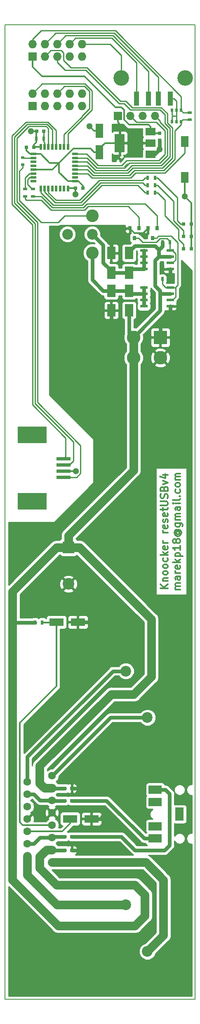
<source format=gbr>
G04 #@! TF.GenerationSoftware,KiCad,Pcbnew,(5.0.0-rc2-dev-311-g1dd4af297)*
G04 #@! TF.CreationDate,2018-05-17T15:00:25+02:00*
G04 #@! TF.ProjectId,resetUSB,72657365745553422E6B696361645F70,1.0*
G04 #@! TF.SameCoordinates,PX6ad8e7cPY2bcdfd4*
G04 #@! TF.FileFunction,Copper,L1,Top,Signal*
G04 #@! TF.FilePolarity,Positive*
%FSLAX46Y46*%
G04 Gerber Fmt 4.6, Leading zero omitted, Abs format (unit mm)*
G04 Created by KiCad (PCBNEW (5.0.0-rc2-dev-311-g1dd4af297)) date 05/17/18 15:00:25*
%MOMM*%
%LPD*%
G01*
G04 APERTURE LIST*
%ADD10C,0.300000*%
%ADD11C,0.150000*%
%ADD12C,2.200000*%
%ADD13R,0.800000X0.750000*%
%ADD14R,3.000000X1.600000*%
%ADD15R,1.800000X2.500000*%
%ADD16R,0.500000X0.900000*%
%ADD17R,1.550000X0.600000*%
%ADD18R,0.800000X0.900000*%
%ADD19R,2.800000X2.800000*%
%ADD20C,2.800000*%
%ADD21C,2.600000*%
%ADD22R,1.200000X0.600000*%
%ADD23R,0.600000X1.200000*%
%ADD24R,0.900000X0.500000*%
%ADD25R,2.700000X1.700000*%
%ADD26R,1.700000X2.700000*%
%ADD27C,3.200000*%
%ADD28R,1.000000X3.000000*%
%ADD29R,2.400000X2.400000*%
%ADD30C,2.400000*%
%ADD31R,0.750000X0.800000*%
%ADD32R,1.600000X3.000000*%
%ADD33R,2.000000X1.500000*%
%ADD34R,2.000000X3.800000*%
%ADD35R,1.600000X2.180000*%
%ADD36C,0.500000*%
%ADD37C,0.100000*%
%ADD38R,0.700000X0.600000*%
%ADD39R,0.800000X0.800000*%
%ADD40R,3.000000X0.700000*%
%ADD41R,6.040000X3.400000*%
%ADD42R,1.727200X1.727200*%
%ADD43O,1.727200X1.727200*%
%ADD44O,1.700000X1.700000*%
%ADD45R,1.700000X1.700000*%
%ADD46R,0.510000X0.700000*%
%ADD47C,1.600000*%
%ADD48C,1.300000*%
%ADD49C,1.800000*%
%ADD50C,0.750000*%
%ADD51C,0.250000*%
%ADD52C,0.254000*%
G04 APERTURE END LIST*
D10*
X33403571Y-115678571D02*
X31903571Y-115678571D01*
X33403571Y-114821428D02*
X32546428Y-115464285D01*
X31903571Y-114821428D02*
X32760714Y-115678571D01*
X32403571Y-114178571D02*
X33403571Y-114178571D01*
X32546428Y-114178571D02*
X32475000Y-114107142D01*
X32403571Y-113964285D01*
X32403571Y-113750000D01*
X32475000Y-113607142D01*
X32617857Y-113535714D01*
X33403571Y-113535714D01*
X33403571Y-112607142D02*
X33332142Y-112750000D01*
X33260714Y-112821428D01*
X33117857Y-112892857D01*
X32689285Y-112892857D01*
X32546428Y-112821428D01*
X32475000Y-112750000D01*
X32403571Y-112607142D01*
X32403571Y-112392857D01*
X32475000Y-112250000D01*
X32546428Y-112178571D01*
X32689285Y-112107142D01*
X33117857Y-112107142D01*
X33260714Y-112178571D01*
X33332142Y-112250000D01*
X33403571Y-112392857D01*
X33403571Y-112607142D01*
X33403571Y-111250000D02*
X33332142Y-111392857D01*
X33260714Y-111464285D01*
X33117857Y-111535714D01*
X32689285Y-111535714D01*
X32546428Y-111464285D01*
X32475000Y-111392857D01*
X32403571Y-111250000D01*
X32403571Y-111035714D01*
X32475000Y-110892857D01*
X32546428Y-110821428D01*
X32689285Y-110750000D01*
X33117857Y-110750000D01*
X33260714Y-110821428D01*
X33332142Y-110892857D01*
X33403571Y-111035714D01*
X33403571Y-111250000D01*
X33332142Y-109464285D02*
X33403571Y-109607142D01*
X33403571Y-109892857D01*
X33332142Y-110035714D01*
X33260714Y-110107142D01*
X33117857Y-110178571D01*
X32689285Y-110178571D01*
X32546428Y-110107142D01*
X32475000Y-110035714D01*
X32403571Y-109892857D01*
X32403571Y-109607142D01*
X32475000Y-109464285D01*
X33403571Y-108821428D02*
X31903571Y-108821428D01*
X32832142Y-108678571D02*
X33403571Y-108250000D01*
X32403571Y-108250000D02*
X32975000Y-108821428D01*
X33332142Y-107035714D02*
X33403571Y-107178571D01*
X33403571Y-107464285D01*
X33332142Y-107607142D01*
X33189285Y-107678571D01*
X32617857Y-107678571D01*
X32475000Y-107607142D01*
X32403571Y-107464285D01*
X32403571Y-107178571D01*
X32475000Y-107035714D01*
X32617857Y-106964285D01*
X32760714Y-106964285D01*
X32903571Y-107678571D01*
X33403571Y-106321428D02*
X32403571Y-106321428D01*
X32689285Y-106321428D02*
X32546428Y-106250000D01*
X32475000Y-106178571D01*
X32403571Y-106035714D01*
X32403571Y-105892857D01*
X33403571Y-104250000D02*
X32403571Y-104250000D01*
X32689285Y-104250000D02*
X32546428Y-104178571D01*
X32475000Y-104107142D01*
X32403571Y-103964285D01*
X32403571Y-103821428D01*
X33332142Y-102750000D02*
X33403571Y-102892857D01*
X33403571Y-103178571D01*
X33332142Y-103321428D01*
X33189285Y-103392857D01*
X32617857Y-103392857D01*
X32475000Y-103321428D01*
X32403571Y-103178571D01*
X32403571Y-102892857D01*
X32475000Y-102750000D01*
X32617857Y-102678571D01*
X32760714Y-102678571D01*
X32903571Y-103392857D01*
X33332142Y-102107142D02*
X33403571Y-101964285D01*
X33403571Y-101678571D01*
X33332142Y-101535714D01*
X33189285Y-101464285D01*
X33117857Y-101464285D01*
X32975000Y-101535714D01*
X32903571Y-101678571D01*
X32903571Y-101892857D01*
X32832142Y-102035714D01*
X32689285Y-102107142D01*
X32617857Y-102107142D01*
X32475000Y-102035714D01*
X32403571Y-101892857D01*
X32403571Y-101678571D01*
X32475000Y-101535714D01*
X33332142Y-100250000D02*
X33403571Y-100392857D01*
X33403571Y-100678571D01*
X33332142Y-100821428D01*
X33189285Y-100892857D01*
X32617857Y-100892857D01*
X32475000Y-100821428D01*
X32403571Y-100678571D01*
X32403571Y-100392857D01*
X32475000Y-100250000D01*
X32617857Y-100178571D01*
X32760714Y-100178571D01*
X32903571Y-100892857D01*
X32403571Y-99750000D02*
X32403571Y-99178571D01*
X31903571Y-99535714D02*
X33189285Y-99535714D01*
X33332142Y-99464285D01*
X33403571Y-99321428D01*
X33403571Y-99178571D01*
X31903571Y-98678571D02*
X33117857Y-98678571D01*
X33260714Y-98607142D01*
X33332142Y-98535714D01*
X33403571Y-98392857D01*
X33403571Y-98107142D01*
X33332142Y-97964285D01*
X33260714Y-97892857D01*
X33117857Y-97821428D01*
X31903571Y-97821428D01*
X33332142Y-97178571D02*
X33403571Y-96964285D01*
X33403571Y-96607142D01*
X33332142Y-96464285D01*
X33260714Y-96392857D01*
X33117857Y-96321428D01*
X32975000Y-96321428D01*
X32832142Y-96392857D01*
X32760714Y-96464285D01*
X32689285Y-96607142D01*
X32617857Y-96892857D01*
X32546428Y-97035714D01*
X32475000Y-97107142D01*
X32332142Y-97178571D01*
X32189285Y-97178571D01*
X32046428Y-97107142D01*
X31975000Y-97035714D01*
X31903571Y-96892857D01*
X31903571Y-96535714D01*
X31975000Y-96321428D01*
X32617857Y-95178571D02*
X32689285Y-94964285D01*
X32760714Y-94892857D01*
X32903571Y-94821428D01*
X33117857Y-94821428D01*
X33260714Y-94892857D01*
X33332142Y-94964285D01*
X33403571Y-95107142D01*
X33403571Y-95678571D01*
X31903571Y-95678571D01*
X31903571Y-95178571D01*
X31975000Y-95035714D01*
X32046428Y-94964285D01*
X32189285Y-94892857D01*
X32332142Y-94892857D01*
X32475000Y-94964285D01*
X32546428Y-95035714D01*
X32617857Y-95178571D01*
X32617857Y-95678571D01*
X32403571Y-94321428D02*
X33403571Y-93964285D01*
X32403571Y-93607142D01*
X32403571Y-92392857D02*
X33403571Y-92392857D01*
X31832142Y-92750000D02*
X32903571Y-93107142D01*
X32903571Y-92178571D01*
X35953571Y-115892857D02*
X34953571Y-115892857D01*
X35096428Y-115892857D02*
X35025000Y-115821428D01*
X34953571Y-115678571D01*
X34953571Y-115464285D01*
X35025000Y-115321428D01*
X35167857Y-115250000D01*
X35953571Y-115250000D01*
X35167857Y-115250000D02*
X35025000Y-115178571D01*
X34953571Y-115035714D01*
X34953571Y-114821428D01*
X35025000Y-114678571D01*
X35167857Y-114607142D01*
X35953571Y-114607142D01*
X35953571Y-113250000D02*
X35167857Y-113250000D01*
X35025000Y-113321428D01*
X34953571Y-113464285D01*
X34953571Y-113750000D01*
X35025000Y-113892857D01*
X35882142Y-113250000D02*
X35953571Y-113392857D01*
X35953571Y-113750000D01*
X35882142Y-113892857D01*
X35739285Y-113964285D01*
X35596428Y-113964285D01*
X35453571Y-113892857D01*
X35382142Y-113750000D01*
X35382142Y-113392857D01*
X35310714Y-113250000D01*
X35953571Y-112535714D02*
X34953571Y-112535714D01*
X35239285Y-112535714D02*
X35096428Y-112464285D01*
X35025000Y-112392857D01*
X34953571Y-112250000D01*
X34953571Y-112107142D01*
X35882142Y-111035714D02*
X35953571Y-111178571D01*
X35953571Y-111464285D01*
X35882142Y-111607142D01*
X35739285Y-111678571D01*
X35167857Y-111678571D01*
X35025000Y-111607142D01*
X34953571Y-111464285D01*
X34953571Y-111178571D01*
X35025000Y-111035714D01*
X35167857Y-110964285D01*
X35310714Y-110964285D01*
X35453571Y-111678571D01*
X35953571Y-110321428D02*
X34453571Y-110321428D01*
X35382142Y-110178571D02*
X35953571Y-109750000D01*
X34953571Y-109750000D02*
X35525000Y-110321428D01*
X34953571Y-109107142D02*
X36453571Y-109107142D01*
X35025000Y-109107142D02*
X34953571Y-108964285D01*
X34953571Y-108678571D01*
X35025000Y-108535714D01*
X35096428Y-108464285D01*
X35239285Y-108392857D01*
X35667857Y-108392857D01*
X35810714Y-108464285D01*
X35882142Y-108535714D01*
X35953571Y-108678571D01*
X35953571Y-108964285D01*
X35882142Y-109107142D01*
X35953571Y-106964285D02*
X35953571Y-107821428D01*
X35953571Y-107392857D02*
X34453571Y-107392857D01*
X34667857Y-107535714D01*
X34810714Y-107678571D01*
X34882142Y-107821428D01*
X35096428Y-106107142D02*
X35025000Y-106250000D01*
X34953571Y-106321428D01*
X34810714Y-106392857D01*
X34739285Y-106392857D01*
X34596428Y-106321428D01*
X34525000Y-106250000D01*
X34453571Y-106107142D01*
X34453571Y-105821428D01*
X34525000Y-105678571D01*
X34596428Y-105607142D01*
X34739285Y-105535714D01*
X34810714Y-105535714D01*
X34953571Y-105607142D01*
X35025000Y-105678571D01*
X35096428Y-105821428D01*
X35096428Y-106107142D01*
X35167857Y-106250000D01*
X35239285Y-106321428D01*
X35382142Y-106392857D01*
X35667857Y-106392857D01*
X35810714Y-106321428D01*
X35882142Y-106250000D01*
X35953571Y-106107142D01*
X35953571Y-105821428D01*
X35882142Y-105678571D01*
X35810714Y-105607142D01*
X35667857Y-105535714D01*
X35382142Y-105535714D01*
X35239285Y-105607142D01*
X35167857Y-105678571D01*
X35096428Y-105821428D01*
X35239285Y-103964285D02*
X35167857Y-104035714D01*
X35096428Y-104178571D01*
X35096428Y-104321428D01*
X35167857Y-104464285D01*
X35239285Y-104535714D01*
X35382142Y-104607142D01*
X35525000Y-104607142D01*
X35667857Y-104535714D01*
X35739285Y-104464285D01*
X35810714Y-104321428D01*
X35810714Y-104178571D01*
X35739285Y-104035714D01*
X35667857Y-103964285D01*
X35096428Y-103964285D02*
X35667857Y-103964285D01*
X35739285Y-103892857D01*
X35739285Y-103821428D01*
X35667857Y-103678571D01*
X35525000Y-103607142D01*
X35167857Y-103607142D01*
X34953571Y-103750000D01*
X34810714Y-103964285D01*
X34739285Y-104250000D01*
X34810714Y-104535714D01*
X34953571Y-104750000D01*
X35167857Y-104892857D01*
X35453571Y-104964285D01*
X35739285Y-104892857D01*
X35953571Y-104750000D01*
X36096428Y-104535714D01*
X36167857Y-104250000D01*
X36096428Y-103964285D01*
X35953571Y-103750000D01*
X34953571Y-102321428D02*
X36167857Y-102321428D01*
X36310714Y-102392857D01*
X36382142Y-102464285D01*
X36453571Y-102607142D01*
X36453571Y-102821428D01*
X36382142Y-102964285D01*
X35882142Y-102321428D02*
X35953571Y-102464285D01*
X35953571Y-102750000D01*
X35882142Y-102892857D01*
X35810714Y-102964285D01*
X35667857Y-103035714D01*
X35239285Y-103035714D01*
X35096428Y-102964285D01*
X35025000Y-102892857D01*
X34953571Y-102750000D01*
X34953571Y-102464285D01*
X35025000Y-102321428D01*
X35953571Y-101607142D02*
X34953571Y-101607142D01*
X35096428Y-101607142D02*
X35025000Y-101535714D01*
X34953571Y-101392857D01*
X34953571Y-101178571D01*
X35025000Y-101035714D01*
X35167857Y-100964285D01*
X35953571Y-100964285D01*
X35167857Y-100964285D02*
X35025000Y-100892857D01*
X34953571Y-100750000D01*
X34953571Y-100535714D01*
X35025000Y-100392857D01*
X35167857Y-100321428D01*
X35953571Y-100321428D01*
X35953571Y-98964285D02*
X35167857Y-98964285D01*
X35025000Y-99035714D01*
X34953571Y-99178571D01*
X34953571Y-99464285D01*
X35025000Y-99607142D01*
X35882142Y-98964285D02*
X35953571Y-99107142D01*
X35953571Y-99464285D01*
X35882142Y-99607142D01*
X35739285Y-99678571D01*
X35596428Y-99678571D01*
X35453571Y-99607142D01*
X35382142Y-99464285D01*
X35382142Y-99107142D01*
X35310714Y-98964285D01*
X35953571Y-98250000D02*
X34953571Y-98250000D01*
X34453571Y-98250000D02*
X34525000Y-98321428D01*
X34596428Y-98250000D01*
X34525000Y-98178571D01*
X34453571Y-98250000D01*
X34596428Y-98250000D01*
X35953571Y-97321428D02*
X35882142Y-97464285D01*
X35739285Y-97535714D01*
X34453571Y-97535714D01*
X35810714Y-96750000D02*
X35882142Y-96678571D01*
X35953571Y-96750000D01*
X35882142Y-96821428D01*
X35810714Y-96750000D01*
X35953571Y-96750000D01*
X35882142Y-95392857D02*
X35953571Y-95535714D01*
X35953571Y-95821428D01*
X35882142Y-95964285D01*
X35810714Y-96035714D01*
X35667857Y-96107142D01*
X35239285Y-96107142D01*
X35096428Y-96035714D01*
X35025000Y-95964285D01*
X34953571Y-95821428D01*
X34953571Y-95535714D01*
X35025000Y-95392857D01*
X35953571Y-94535714D02*
X35882142Y-94678571D01*
X35810714Y-94750000D01*
X35667857Y-94821428D01*
X35239285Y-94821428D01*
X35096428Y-94750000D01*
X35025000Y-94678571D01*
X34953571Y-94535714D01*
X34953571Y-94321428D01*
X35025000Y-94178571D01*
X35096428Y-94107142D01*
X35239285Y-94035714D01*
X35667857Y-94035714D01*
X35810714Y-94107142D01*
X35882142Y-94178571D01*
X35953571Y-94321428D01*
X35953571Y-94535714D01*
X35953571Y-93392857D02*
X34953571Y-93392857D01*
X35096428Y-93392857D02*
X35025000Y-93321428D01*
X34953571Y-93178571D01*
X34953571Y-92964285D01*
X35025000Y-92821428D01*
X35167857Y-92750000D01*
X35953571Y-92750000D01*
X35167857Y-92750000D02*
X35025000Y-92678571D01*
X34953571Y-92535714D01*
X34953571Y-92321428D01*
X35025000Y-92178571D01*
X35167857Y-92107142D01*
X35953571Y-92107142D01*
D11*
X39000000Y0D02*
X39000000Y-200000000D01*
X0Y0D02*
X0Y-200000000D01*
X39000000Y0D02*
X0Y0D01*
X39000000Y-200000000D02*
X0Y-200000000D01*
D12*
X29210000Y-142180000D03*
X24770000Y-132650000D03*
D13*
X12204000Y-159258000D03*
X13704000Y-159258000D03*
X13716000Y-166624000D03*
X12216000Y-166624000D03*
D14*
X13334000Y-162964000D03*
X17734000Y-162964000D03*
D15*
X21775500Y-46863700D03*
X21775500Y-50863700D03*
X21775500Y-58610700D03*
X21775500Y-54610700D03*
D16*
X32304500Y-52199100D03*
X30804500Y-52199100D03*
D15*
X25458500Y-58610700D03*
X25458500Y-54610700D03*
D17*
X33886200Y-57787100D03*
X33886200Y-56517100D03*
X33886200Y-55247100D03*
X33886200Y-53977100D03*
X28486200Y-53977100D03*
X28486200Y-55247100D03*
X28486200Y-56517100D03*
X28486200Y-57787100D03*
D18*
X26566000Y-43769500D03*
X25616000Y-41769500D03*
X27516000Y-41769500D03*
D15*
X25458500Y-46863700D03*
X25458500Y-50863700D03*
D18*
X30249000Y-43769500D03*
X29299000Y-41769500D03*
X31199000Y-41769500D03*
D16*
X33810000Y-44628000D03*
X32310000Y-44628000D03*
D17*
X33886200Y-50167100D03*
X33886200Y-48897100D03*
X33886200Y-47627100D03*
X33886200Y-46357100D03*
X28486200Y-46357100D03*
X28486200Y-47627100D03*
X28486200Y-48897100D03*
X28486200Y-50167100D03*
D19*
X31864000Y-64161000D03*
D20*
X31864000Y-68361000D03*
X26364000Y-64161000D03*
X26364000Y-68361000D03*
D12*
X12810000Y-43000000D03*
X17890000Y-43000000D03*
D21*
X17890000Y-46810000D03*
X17890000Y-39190000D03*
D22*
X5842772Y-26541143D03*
X5842772Y-27341143D03*
X5842772Y-28141143D03*
X5842772Y-28941143D03*
X5842772Y-29741143D03*
X5842772Y-30541143D03*
X5842772Y-31341143D03*
X5842772Y-32141143D03*
D23*
X7292772Y-33591143D03*
X8092772Y-33591143D03*
X8892772Y-33591143D03*
X9692772Y-33591143D03*
X10492772Y-33591143D03*
X11292772Y-33591143D03*
X12092772Y-33591143D03*
X12892772Y-33591143D03*
D22*
X14342772Y-32141143D03*
X14342772Y-31341143D03*
X14342772Y-30541143D03*
X14342772Y-29741143D03*
X14342772Y-28941143D03*
X14342772Y-28141143D03*
X14342772Y-27341143D03*
X14342772Y-26541143D03*
D23*
X12892772Y-25091143D03*
X12092772Y-25091143D03*
X11292772Y-25091143D03*
X10492772Y-25091143D03*
X9692772Y-25091143D03*
X8892772Y-25091143D03*
X8092772Y-25091143D03*
X7292772Y-25091143D03*
D24*
X4104000Y-33718000D03*
X4104000Y-35218000D03*
D16*
X7937876Y-23392702D03*
X6437876Y-23392702D03*
D13*
X4403631Y-25120423D03*
X5903631Y-25120423D03*
X7949876Y-21868702D03*
X6449876Y-21868702D03*
D25*
X30814000Y-167000000D03*
X30814000Y-157000000D03*
X30814000Y-164500000D03*
X30814000Y-159500000D03*
D26*
X35814000Y-162000000D03*
D27*
X37000000Y-10973000D03*
X23860000Y-10973000D03*
D28*
X29430000Y-15183000D03*
X26930000Y-15183000D03*
X31430000Y-15183000D03*
X33930000Y-15183000D03*
D13*
X13704000Y-156718000D03*
X12204000Y-156718000D03*
D29*
X13000000Y-107280000D03*
D30*
X13000000Y-114780000D03*
D12*
X24770000Y-180650000D03*
X29210000Y-190180000D03*
D31*
X31748859Y-22257541D03*
X31748859Y-23757541D03*
D32*
X19380800Y-21742600D03*
X19380800Y-26142600D03*
D33*
X29818859Y-26577541D03*
X29818859Y-21977541D03*
X29818859Y-24277541D03*
D34*
X23518859Y-24277541D03*
D35*
X36856000Y-23951000D03*
X36856000Y-31351000D03*
D13*
X15922627Y-33580956D03*
X14422627Y-33580956D03*
D36*
X23879670Y-27882670D03*
D37*
G36*
X24374645Y-27741249D02*
X23738249Y-28377645D01*
X23384695Y-28024091D01*
X24021091Y-27387695D01*
X24374645Y-27741249D01*
X24374645Y-27741249D01*
G37*
D36*
X24940330Y-28943330D03*
D37*
G36*
X25435305Y-28801909D02*
X24798909Y-29438305D01*
X24445355Y-29084751D01*
X25081751Y-28448355D01*
X25435305Y-28801909D01*
X25435305Y-28801909D01*
G37*
D24*
X5755000Y-33718000D03*
X5755000Y-35218000D03*
D38*
X3596000Y-28691000D03*
X3596000Y-27291000D03*
D39*
X38246500Y-45966000D03*
X36646500Y-45966000D03*
X38246500Y-43426000D03*
X36646500Y-43426000D03*
X38246500Y-40886000D03*
X36646500Y-40886000D03*
D40*
X12000000Y-92875000D03*
X12000000Y-89125000D03*
X12000000Y-91625000D03*
X12000000Y-90375000D03*
D41*
X5580000Y-97800000D03*
X5580000Y-84200000D03*
D24*
X37872000Y-19511000D03*
X37872000Y-18011000D03*
D42*
X5614000Y-6529000D03*
D43*
X5614000Y-3989000D03*
X8154000Y-6529000D03*
X8154000Y-3989000D03*
X10694000Y-6529000D03*
X10694000Y-3989000D03*
X13234000Y-6529000D03*
X13234000Y-3989000D03*
X15774000Y-6529000D03*
X15774000Y-3989000D03*
X15774000Y-14149000D03*
X15774000Y-16689000D03*
X13234000Y-14149000D03*
X13234000Y-16689000D03*
X10694000Y-14149000D03*
X10694000Y-16689000D03*
X8154000Y-14149000D03*
X8154000Y-16689000D03*
X5614000Y-14149000D03*
D42*
X5614000Y-16689000D03*
D44*
X30760000Y-18761000D03*
X28220000Y-18761000D03*
X25680000Y-18761000D03*
D45*
X23140000Y-18761000D03*
D46*
X34216900Y-17564300D03*
X35166900Y-17564300D03*
X36116900Y-17564300D03*
X36116900Y-19884300D03*
X35166900Y-19884300D03*
X34216900Y-19884300D03*
D14*
X14940000Y-122606000D03*
X10540000Y-122606000D03*
D16*
X6108000Y-122682000D03*
X7608000Y-122682000D03*
D47*
X4550000Y-163000000D03*
X4550000Y-165540000D03*
X4550000Y-168080000D03*
X4550000Y-170620000D03*
X4550000Y-160460000D03*
X4550000Y-157920000D03*
X4550000Y-155380000D03*
X9630000Y-171890000D03*
X9630000Y-169350000D03*
X9630000Y-166810000D03*
X9630000Y-164270000D03*
X9630000Y-161730000D03*
X9630000Y-159190000D03*
X9630000Y-156650000D03*
X9630000Y-154110000D03*
D13*
X13704000Y-169418000D03*
X12204000Y-169418000D03*
D16*
X30762000Y-34468000D03*
X29262000Y-34468000D03*
X29262000Y-32944000D03*
X30762000Y-32944000D03*
X30762000Y-31420000D03*
X29262000Y-31420000D03*
D48*
X36870000Y-35230000D03*
X5293802Y-21854010D03*
X14518000Y-91618000D03*
X17348800Y-20853600D03*
X31748859Y-25547541D03*
X14454207Y-34838191D03*
X33840500Y-52046700D03*
X20106000Y-162738000D03*
X15240000Y-156718000D03*
X15240000Y-169418000D03*
X21704000Y-44730000D03*
X21884000Y-60884000D03*
X24170000Y-42723000D03*
X17566000Y-122606000D03*
D10*
X36856000Y-31351000D02*
X36856000Y-35216000D01*
X36856000Y-35216000D02*
X36870000Y-35230000D01*
X38246500Y-36606500D02*
X36870000Y-35230000D01*
X38246500Y-40186000D02*
X38246500Y-36606500D01*
X5308494Y-21868702D02*
X5293802Y-21854010D01*
X6449876Y-21868702D02*
X5308494Y-21868702D01*
X5903631Y-24667369D02*
X6437876Y-24133124D01*
X5903631Y-25120423D02*
X5903631Y-24667369D01*
X6437876Y-24133124D02*
X6437876Y-23392702D01*
X14511000Y-91625000D02*
X14518000Y-91618000D01*
X12000000Y-91625000D02*
X14511000Y-91625000D01*
X5903631Y-25120423D02*
X5932911Y-25091143D01*
X5932911Y-25091143D02*
X7292772Y-25091143D01*
X12892772Y-33591144D02*
X12902960Y-33580956D01*
X12902960Y-33580956D02*
X14422628Y-33580956D01*
X6437876Y-21880702D02*
X6449876Y-21868702D01*
X6437877Y-23392702D02*
X6437876Y-21880702D01*
X23869008Y-16950008D02*
X24410000Y-17491000D01*
X22654008Y-16950008D02*
X23869008Y-16950008D01*
X16296000Y-10592000D02*
X22654008Y-16950008D01*
X7592000Y-10592000D02*
X16296000Y-10592000D01*
X5614000Y-6529000D02*
X5614000Y-8614000D01*
X5614000Y-8614000D02*
X7592000Y-10592000D01*
X24410000Y-19523000D02*
X25426000Y-20539000D01*
X24410000Y-17491000D02*
X24410000Y-19523000D01*
X25426000Y-20539000D02*
X29430318Y-20539000D01*
X29430318Y-20539000D02*
X29818859Y-20927541D01*
X29818859Y-20927541D02*
X29818859Y-21977541D01*
X12892772Y-32141143D02*
X14342772Y-32141143D01*
X14342772Y-32141143D02*
X15048034Y-32141143D01*
X11080600Y-30328972D02*
X12892772Y-32141143D01*
X11080600Y-28353315D02*
X11080600Y-30328972D01*
X15048034Y-32141143D02*
X15922627Y-33015737D01*
X15922627Y-33015737D02*
X15922627Y-33580956D01*
X18280800Y-26142600D02*
X17589200Y-25451000D01*
X19380800Y-26142600D02*
X18280800Y-26142600D01*
X17589200Y-25451000D02*
X13982916Y-25451000D01*
X13982916Y-25451000D02*
X12248034Y-27185882D01*
X5137511Y-26541143D02*
X4403632Y-25807264D01*
X5842772Y-26541143D02*
X5137511Y-26541143D01*
X4403632Y-25807264D02*
X4403632Y-25120423D01*
X9104944Y-28353315D02*
X7292772Y-26541143D01*
X11080600Y-28353315D02*
X9104944Y-28353315D01*
X7292772Y-26541143D02*
X5842772Y-26541143D01*
X12248034Y-27185882D02*
X11080600Y-28353315D01*
X12248034Y-27185882D02*
X9692772Y-29741144D01*
X9692772Y-29741144D02*
X5842772Y-29741144D01*
X19471000Y-26340000D02*
X19344000Y-26213000D01*
X19344000Y-26213000D02*
X19380800Y-26176200D01*
X19380800Y-26176200D02*
X19380800Y-26142600D01*
D49*
X26670000Y-176530000D02*
X28702000Y-178562000D01*
X10530000Y-176530000D02*
X26670000Y-176530000D01*
X10922000Y-184912000D02*
X1524000Y-175514000D01*
X7112000Y-173112000D02*
X10530000Y-176530000D01*
X7112000Y-170736630D02*
X7112000Y-173112000D01*
X28702000Y-182880000D02*
X26670000Y-184912000D01*
X9630000Y-169350000D02*
X8498630Y-169350000D01*
X8498630Y-169350000D02*
X7112000Y-170736630D01*
X28702000Y-178562000D02*
X28702000Y-182880000D01*
X26670000Y-184912000D02*
X10922000Y-184912000D01*
X1524000Y-175514000D02*
X1524000Y-122682000D01*
X26364000Y-68361000D02*
X26364000Y-91492000D01*
D50*
X31808500Y-58716500D02*
X31808500Y-55221700D01*
X31808500Y-54586700D02*
X30804500Y-53582700D01*
X31808500Y-55221700D02*
X31808500Y-54586700D01*
X32087900Y-55247100D02*
X33886200Y-55247100D01*
X32087900Y-55247100D02*
X31833900Y-55247100D01*
X31833900Y-55247100D02*
X31808500Y-55221700D01*
X26364000Y-64161000D02*
X31808500Y-58716500D01*
X30804500Y-53582700D02*
X30804500Y-52199100D01*
X30804500Y-48351700D02*
X30804500Y-52199100D01*
D49*
X26416000Y-137414000D02*
X30000000Y-133830000D01*
X7112000Y-152110000D02*
X21808000Y-137414000D01*
X21808000Y-137414000D02*
X26416000Y-137414000D01*
X7112000Y-155702000D02*
X7112000Y-152110000D01*
X9630000Y-156650000D02*
X8060000Y-156650000D01*
X8060000Y-156650000D02*
X7112000Y-155702000D01*
X30000000Y-133830000D02*
X30000000Y-122000000D01*
X30000000Y-122000000D02*
X15280000Y-107280000D01*
X15280000Y-107280000D02*
X13000000Y-107280000D01*
X26364000Y-91492000D02*
X13000000Y-104856000D01*
X13000000Y-104856000D02*
X13000000Y-107280000D01*
X1524000Y-116332000D02*
X10576000Y-107280000D01*
X1524000Y-122682000D02*
X1524000Y-116332000D01*
X10576000Y-107280000D02*
X11050000Y-107280000D01*
X11050000Y-107280000D02*
X13000000Y-107280000D01*
D50*
X6108000Y-122682000D02*
X1524000Y-122682000D01*
X12204000Y-169418000D02*
X9698000Y-169418000D01*
X9698000Y-169418000D02*
X9630000Y-169350000D01*
X12204000Y-156718000D02*
X9698000Y-156718000D01*
X9698000Y-156718000D02*
X9630000Y-156650000D01*
X25458500Y-46563500D02*
X25458500Y-46863700D01*
X30774000Y-45390000D02*
X26632000Y-45390000D01*
X26632000Y-45390000D02*
X25458500Y-46563500D01*
X31566500Y-47589700D02*
X31566500Y-46182500D01*
X31566500Y-46182500D02*
X30774000Y-45390000D01*
X31632500Y-46182500D02*
X31566500Y-46182500D01*
X32310000Y-45505000D02*
X31632500Y-46182500D01*
X32310000Y-44628000D02*
X32310000Y-45505000D01*
X31603900Y-47627100D02*
X33886200Y-47627100D01*
X31566500Y-47589700D02*
X31603900Y-47627100D01*
X31566500Y-47589700D02*
X30804500Y-48351700D01*
X25458500Y-63255500D02*
X26364000Y-64161000D01*
X25458500Y-58610700D02*
X25458500Y-63255500D01*
D49*
X26364000Y-64161000D02*
X26364000Y-68361000D01*
D51*
X6644000Y-40564000D02*
X2453000Y-36373000D01*
X6644000Y-77510000D02*
X6644000Y-40564000D01*
X8422000Y-20879000D02*
X8892772Y-21349772D01*
X15493001Y-86359001D02*
X6644000Y-77510000D01*
X2453000Y-23292000D02*
X4866000Y-20879000D01*
X15493001Y-92086001D02*
X15493001Y-86359001D01*
X12000000Y-92875000D02*
X14704002Y-92875000D01*
X14704002Y-92875000D02*
X15493001Y-92086001D01*
X2453000Y-36373000D02*
X2453000Y-23292000D01*
X8892772Y-21349772D02*
X8892772Y-24241143D01*
X4866000Y-20879000D02*
X8422000Y-20879000D01*
X8892772Y-24241143D02*
X8892772Y-25091143D01*
X1437000Y-36881000D02*
X1437000Y-22784000D01*
X5628000Y-41072000D02*
X1437000Y-36881000D01*
X5628000Y-78018000D02*
X5628000Y-41072000D01*
X12446000Y-84836000D02*
X5628000Y-78018000D01*
X12000000Y-89125000D02*
X12446000Y-88679000D01*
X12446000Y-88679000D02*
X12446000Y-84836000D01*
X1437000Y-22784000D02*
X4242022Y-19978978D01*
X4242022Y-19978978D02*
X8794800Y-19978978D01*
X8794800Y-19978978D02*
X10492772Y-21676950D01*
X10492772Y-21676950D02*
X10492772Y-24241143D01*
X10492772Y-24241143D02*
X10492772Y-25091143D01*
X6136000Y-40818000D02*
X1945000Y-36627000D01*
X6136000Y-77764000D02*
X6136000Y-40818000D01*
X14010000Y-85638000D02*
X6136000Y-77764000D01*
X8608400Y-20428989D02*
X9692772Y-21513361D01*
X14010000Y-89515000D02*
X14010000Y-85638000D01*
X4554011Y-20428989D02*
X8608400Y-20428989D01*
X12000000Y-90375000D02*
X13150000Y-90375000D01*
X13150000Y-90375000D02*
X14010000Y-89515000D01*
X1945000Y-36627000D02*
X1945000Y-23038000D01*
X1945000Y-23038000D02*
X4554011Y-20428989D01*
X9692772Y-21513361D02*
X9692772Y-25091143D01*
D50*
X28486200Y-48897100D02*
X28486200Y-47627100D01*
X21775500Y-50513700D02*
X20106000Y-48844200D01*
X21775500Y-50863700D02*
X21775500Y-50513700D01*
X20106000Y-48844200D02*
X20106000Y-45216000D01*
X20106000Y-45216000D02*
X17890000Y-43000000D01*
X21775500Y-50863700D02*
X25458500Y-50863700D01*
X28486200Y-50167100D02*
X26155100Y-50167100D01*
X25458500Y-50863700D02*
X25476300Y-50863700D01*
X28486200Y-47627100D02*
X28486200Y-46357100D01*
X26155100Y-50167100D02*
X25458500Y-50863700D01*
X28486200Y-50167100D02*
X28486200Y-48897100D01*
X28486200Y-55247100D02*
X26094900Y-55247100D01*
X26094900Y-55247100D02*
X25458500Y-54610700D01*
X21775500Y-54610700D02*
X20125500Y-54610700D01*
X20125500Y-54610700D02*
X17890000Y-52375200D01*
X17890000Y-52375200D02*
X17890000Y-48648477D01*
X17890000Y-48648477D02*
X17890000Y-46810000D01*
X28486200Y-56263100D02*
X28486200Y-56898100D01*
X28486200Y-56898100D02*
X28486200Y-57533100D01*
X28486200Y-55247100D02*
X28486200Y-53977100D01*
X28486200Y-54993100D02*
X28486200Y-56263100D01*
X21775500Y-54610700D02*
X25458500Y-54610700D01*
D51*
X2961000Y-30023000D02*
X3596000Y-29388000D01*
X2961000Y-36119000D02*
X2961000Y-30023000D01*
X7406000Y-40564000D02*
X2961000Y-36119000D01*
X10881000Y-40564000D02*
X7406000Y-40564000D01*
X17890000Y-39190000D02*
X12255000Y-39190000D01*
X12255000Y-39190000D02*
X10881000Y-40564000D01*
X3596000Y-29388000D02*
X3596000Y-28691000D01*
X32781991Y-35967991D02*
X31282000Y-34468000D01*
X32781991Y-39202991D02*
X32781991Y-35967991D01*
X35600000Y-42021000D02*
X32781991Y-39202991D01*
X35600000Y-44053000D02*
X35600000Y-42021000D01*
X36646500Y-45099500D02*
X35600000Y-44053000D01*
X36646500Y-45966000D02*
X36646500Y-45099500D01*
X31282000Y-34468000D02*
X30762000Y-34468000D01*
X36646500Y-42305500D02*
X34584000Y-40243000D01*
X36646500Y-43426000D02*
X36646500Y-42305500D01*
X34584000Y-40243000D02*
X34584000Y-36266000D01*
X34584000Y-36266000D02*
X31262000Y-32944000D01*
X31262000Y-32944000D02*
X30762000Y-32944000D01*
X31282000Y-31420000D02*
X35346000Y-35484000D01*
X30762000Y-31420000D02*
X31282000Y-31420000D01*
X35346000Y-35484000D02*
X35346000Y-40235500D01*
X35346000Y-40235500D02*
X35996500Y-40886000D01*
X35996500Y-40886000D02*
X36646500Y-40886000D01*
X24495660Y-29388000D02*
X18836000Y-29388000D01*
X24940330Y-28943330D02*
X24495660Y-29388000D01*
X18836000Y-29388000D02*
X16789143Y-27341143D01*
X16789143Y-27341143D02*
X15192772Y-27341143D01*
X15192772Y-27341143D02*
X14342772Y-27341143D01*
X31776000Y-20031000D02*
X31776000Y-19777000D01*
X33300000Y-21555000D02*
X31776000Y-20031000D01*
X33300000Y-26889000D02*
X33300000Y-21555000D01*
X25511660Y-28372000D02*
X31817000Y-28372000D01*
X31817000Y-28372000D02*
X33300000Y-26889000D01*
X24940330Y-28943330D02*
X25511660Y-28372000D01*
X31776000Y-19777000D02*
X30760000Y-18761000D01*
X18582000Y-29896000D02*
X16827143Y-28141143D01*
X26075000Y-28880000D02*
X25059000Y-29896000D01*
X23394000Y-16221000D02*
X24410000Y-16221000D01*
X32071000Y-28880000D02*
X26075000Y-28880000D01*
X33808000Y-27143000D02*
X32071000Y-28880000D01*
X33808000Y-21301000D02*
X33808000Y-27143000D01*
X24410000Y-16221000D02*
X25680000Y-17491000D01*
X25059000Y-29896000D02*
X18582000Y-29896000D01*
X32792000Y-20285000D02*
X33808000Y-21301000D01*
X25680000Y-17491000D02*
X31775002Y-17491000D01*
X10694000Y-7750314D02*
X12306686Y-9363000D01*
X10694000Y-6529000D02*
X10694000Y-7750314D01*
X31775002Y-17491000D02*
X32792000Y-18507998D01*
X12306686Y-9363000D02*
X16536000Y-9363000D01*
X16827143Y-28141143D02*
X15192772Y-28141143D01*
X32792000Y-18507998D02*
X32792000Y-20285000D01*
X16536000Y-9363000D02*
X23394000Y-16221000D01*
X15192772Y-28141143D02*
X14342772Y-28141143D01*
X32325000Y-29388000D02*
X26203411Y-29388000D01*
X34316000Y-27397000D02*
X32325000Y-29388000D01*
X33300000Y-20156590D02*
X34316000Y-21172590D01*
X11964000Y-5807000D02*
X11964000Y-7331000D01*
X33300000Y-18253000D02*
X33300000Y-20156590D01*
X26087412Y-17008001D02*
X32055001Y-17008001D01*
X16790000Y-8855000D02*
X23648000Y-15713000D01*
X34316000Y-21172590D02*
X34316000Y-27397000D01*
X32055001Y-17008001D02*
X33300000Y-18253000D01*
X24792411Y-15713000D02*
X26087412Y-17008001D01*
X9384000Y-5299000D02*
X11456000Y-5299000D01*
X8154000Y-6529000D02*
X9384000Y-5299000D01*
X23648000Y-15713000D02*
X24792411Y-15713000D01*
X11964000Y-7331000D02*
X13488000Y-8855000D01*
X11456000Y-5299000D02*
X11964000Y-5807000D01*
X13488000Y-8855000D02*
X16790000Y-8855000D01*
X26203411Y-29388000D02*
X25187411Y-30404000D01*
X25187411Y-30404000D02*
X18328000Y-30404000D01*
X18328000Y-30404000D02*
X16865143Y-28941143D01*
X16865143Y-28941143D02*
X15192772Y-28941143D01*
X15192772Y-28941143D02*
X14342772Y-28941143D01*
X9438000Y-38024000D02*
X7406000Y-35992000D01*
X16296000Y-38024000D02*
X9438000Y-38024000D01*
X17058000Y-37262000D02*
X16296000Y-38024000D01*
X27516000Y-39516000D02*
X25262000Y-37262000D01*
X25262000Y-37262000D02*
X17058000Y-37262000D01*
X27516000Y-41769500D02*
X27516000Y-39516000D01*
X7406000Y-35992000D02*
X4358000Y-35992000D01*
X4358000Y-35992000D02*
X4104000Y-35738000D01*
X4104000Y-35738000D02*
X4104000Y-35218000D01*
X33810000Y-46280900D02*
X33886200Y-46357100D01*
X33810000Y-44628000D02*
X33810000Y-46280900D01*
X34361200Y-46357100D02*
X33886200Y-46357100D01*
X34361200Y-48897100D02*
X34986201Y-48272099D01*
X34986201Y-47627100D02*
X34986201Y-46982101D01*
X34986201Y-46982101D02*
X34361200Y-46357100D01*
X33886200Y-48897100D02*
X34361200Y-48897100D01*
X34986201Y-48272099D02*
X34986201Y-47627100D01*
X31028000Y-44628000D02*
X28234000Y-44628000D01*
X28234000Y-44628000D02*
X27375500Y-43769500D01*
X33810000Y-44628000D02*
X33810000Y-44428000D01*
X33234999Y-43852999D02*
X31803001Y-43852999D01*
X31803001Y-43852999D02*
X31028000Y-44628000D01*
X33810000Y-44428000D02*
X33234999Y-43852999D01*
X27375500Y-43769500D02*
X26566000Y-43769500D01*
X31124500Y-43769500D02*
X31491011Y-43402989D01*
X30249000Y-43769500D02*
X31124500Y-43769500D01*
X31491011Y-43402989D02*
X34120989Y-43402989D01*
X34120989Y-43402989D02*
X35436211Y-44718211D01*
X35436211Y-44718211D02*
X35436211Y-53407589D01*
X35436211Y-53407589D02*
X34986201Y-53857599D01*
X32304500Y-52199100D02*
X32304500Y-53304700D01*
X32304500Y-53304700D02*
X32951500Y-53951700D01*
X34361200Y-56517100D02*
X34986201Y-55892099D01*
X34986201Y-54111599D02*
X34851702Y-53977100D01*
X34986201Y-54111599D02*
X34986201Y-53857599D01*
X34361200Y-53977100D02*
X33886200Y-53977100D01*
X33886200Y-53977100D02*
X34851702Y-53977100D01*
X33886200Y-56517100D02*
X34361200Y-56517100D01*
X34986201Y-55892099D02*
X34986201Y-54111599D01*
X33860800Y-53951700D02*
X33886200Y-53977100D01*
X34851702Y-53977100D02*
X34978702Y-53850100D01*
X32951500Y-53951700D02*
X33860800Y-53951700D01*
X34986201Y-53857599D02*
X34978702Y-53850100D01*
X9692000Y-37516000D02*
X7394000Y-35218000D01*
X16042000Y-37516000D02*
X9692000Y-37516000D01*
X16804000Y-36754000D02*
X16042000Y-37516000D01*
X28754000Y-36754000D02*
X16804000Y-36754000D01*
X31199000Y-41769500D02*
X31199000Y-39199000D01*
X31199000Y-39199000D02*
X28754000Y-36754000D01*
X7394000Y-35218000D02*
X5755000Y-35218000D01*
X15192772Y-29741143D02*
X14342772Y-29741143D01*
X16903143Y-29741143D02*
X15192772Y-29741143D01*
X18074000Y-30912000D02*
X16903143Y-29741143D01*
X25567000Y-30912000D02*
X18074000Y-30912000D01*
X36116900Y-20516100D02*
X34824000Y-21809000D01*
X26583000Y-29896000D02*
X25567000Y-30912000D01*
X36116900Y-19884300D02*
X36116900Y-20516100D01*
X34824000Y-21809000D02*
X34824000Y-27651000D01*
X34824000Y-27651000D02*
X32579000Y-29896000D01*
X32579000Y-29896000D02*
X26583000Y-29896000D01*
X31563000Y-27864000D02*
X24932000Y-27864000D01*
X32792000Y-26635000D02*
X31563000Y-27864000D01*
X32792000Y-21809000D02*
X32792000Y-26635000D01*
X31014000Y-20031000D02*
X32792000Y-21809000D01*
X25680000Y-18761000D02*
X26950000Y-20031000D01*
X26950000Y-20031000D02*
X31014000Y-20031000D01*
X24932000Y-27864000D02*
X23916000Y-28880000D01*
X23916000Y-28880000D02*
X19091410Y-28880000D01*
X19091410Y-28880000D02*
X16752553Y-26541143D01*
X16752553Y-26541143D02*
X15192772Y-26541143D01*
X15192772Y-26541143D02*
X14342772Y-26541143D01*
X8092772Y-24241143D02*
X8086317Y-24241143D01*
X8086317Y-24241143D02*
X7937876Y-24092702D01*
X7937876Y-24092702D02*
X7937876Y-23392702D01*
X8041000Y-24189371D02*
X8092772Y-24241143D01*
X8092772Y-25091143D02*
X8092772Y-24241143D01*
X7949876Y-21868702D02*
X7937876Y-21880702D01*
X7937876Y-21880702D02*
X7937876Y-23392702D01*
D10*
X38246500Y-40886000D02*
X38246500Y-40186000D01*
X38246500Y-43426000D02*
X38246500Y-40886000D01*
X38246500Y-45966000D02*
X38246500Y-43426000D01*
X19380800Y-21742600D02*
X18237800Y-21742600D01*
D50*
X31748859Y-23757541D02*
X31748859Y-25547541D01*
D10*
X18237800Y-21742600D02*
X17348800Y-20853600D01*
D50*
X30718859Y-26577541D02*
X31748859Y-25547541D01*
X30718859Y-26577541D02*
X29818859Y-26577541D01*
D10*
X14454207Y-33612535D02*
X14454207Y-34838191D01*
X14422628Y-33580956D02*
X14454207Y-33612535D01*
D51*
X5842772Y-27341143D02*
X3646143Y-27341143D01*
X3646143Y-27341143D02*
X3596000Y-27291000D01*
X15774000Y-18761000D02*
X15774000Y-18886590D01*
X15774000Y-18886590D02*
X12092772Y-22567818D01*
X12092772Y-22567818D02*
X12092772Y-24241143D01*
X12092772Y-24241143D02*
X12092772Y-25091143D01*
X17298000Y-17237000D02*
X15774000Y-18761000D01*
X17298000Y-13681000D02*
X17298000Y-17237000D01*
X16282000Y-12665000D02*
X17298000Y-13681000D01*
X12178000Y-12665000D02*
X16282000Y-12665000D01*
X10694000Y-14149000D02*
X12178000Y-12665000D01*
X7606000Y-12157000D02*
X16410410Y-12157000D01*
X5614000Y-14149000D02*
X7606000Y-12157000D01*
X16410410Y-12157000D02*
X17806000Y-13552590D01*
X17806000Y-13552590D02*
X17806000Y-17491000D01*
X17806000Y-17491000D02*
X12892772Y-22404228D01*
X12892772Y-22404228D02*
X12892772Y-25091143D01*
X4104000Y-31429915D02*
X4104000Y-33718000D01*
X5842772Y-30541143D02*
X4992772Y-30541143D01*
X4992772Y-30541143D02*
X4104000Y-31429915D01*
X4612000Y-31801000D02*
X4612000Y-32775000D01*
X4612000Y-32775000D02*
X5555000Y-33718000D01*
X5555000Y-33718000D02*
X5755000Y-33718000D01*
X5071857Y-31341143D02*
X4612000Y-31801000D01*
X5842772Y-31341143D02*
X5071857Y-31341143D01*
X27218000Y-32944000D02*
X28742000Y-34468000D01*
X19852000Y-32944000D02*
X27218000Y-32944000D01*
X15788000Y-37008000D02*
X19852000Y-32944000D01*
X9859629Y-37008000D02*
X15788000Y-37008000D01*
X7292772Y-33591143D02*
X7292772Y-34441143D01*
X28742000Y-34468000D02*
X28762000Y-34468000D01*
X7292772Y-34441143D02*
X9859629Y-37008000D01*
X28762000Y-34468000D02*
X29262000Y-34468000D01*
X28762000Y-32944000D02*
X29262000Y-32944000D01*
X28254000Y-32436000D02*
X28762000Y-32944000D01*
X19598000Y-32436000D02*
X28254000Y-32436000D01*
X15534000Y-36500000D02*
X19598000Y-32436000D01*
X10315219Y-36500000D02*
X15534000Y-36500000D01*
X8092772Y-34277553D02*
X10315219Y-36500000D01*
X8092772Y-33591143D02*
X8092772Y-34277553D01*
X8892772Y-33591143D02*
X8892772Y-34441143D01*
X19344000Y-31928000D02*
X28254000Y-31928000D01*
X8892772Y-34441143D02*
X10443629Y-35992000D01*
X10443629Y-35992000D02*
X15280000Y-35992000D01*
X15280000Y-35992000D02*
X19344000Y-31928000D01*
X28254000Y-31928000D02*
X28762000Y-31420000D01*
X28762000Y-31420000D02*
X29262000Y-31420000D01*
X36856000Y-26381000D02*
X32833000Y-30404000D01*
X17820000Y-31420000D02*
X16941143Y-30541143D01*
X32833000Y-30404000D02*
X26837000Y-30404000D01*
X26837000Y-30404000D02*
X25821000Y-31420000D01*
X25821000Y-31420000D02*
X17820000Y-31420000D01*
X16941143Y-30541143D02*
X14342772Y-30541143D01*
X36856000Y-23951000D02*
X36856000Y-26381000D01*
D10*
X7608000Y-122682000D02*
X10464000Y-122682000D01*
D51*
X10464000Y-122682000D02*
X10540000Y-122606000D01*
D10*
X10540000Y-135764000D02*
X3048000Y-143256000D01*
X10540000Y-122606000D02*
X10540000Y-135764000D01*
X3048000Y-143256000D02*
X3048000Y-163680000D01*
X3048000Y-163680000D02*
X3638000Y-164270000D01*
X3638000Y-164270000D02*
X9630000Y-164270000D01*
D50*
X33886200Y-59585800D02*
X31864000Y-61608000D01*
X33886200Y-57787100D02*
X33886200Y-59585800D01*
X31864000Y-61608000D02*
X31864000Y-64161000D01*
X33886200Y-50167100D02*
X33886200Y-52001000D01*
X33886200Y-52001000D02*
X33840500Y-52046700D01*
X17734000Y-162964000D02*
X19880000Y-162964000D01*
X19880000Y-162964000D02*
X20106000Y-162738000D01*
X13704000Y-156718000D02*
X15240000Y-156718000D01*
X13704000Y-169418000D02*
X15240000Y-169418000D01*
D10*
X25123500Y-41769500D02*
X25616000Y-41769500D01*
D50*
X21775500Y-60775500D02*
X21884000Y-60884000D01*
X21775500Y-58610700D02*
X21775500Y-60775500D01*
D10*
X26572500Y-42776000D02*
X28342500Y-42776000D01*
D50*
X21775500Y-46863700D02*
X21775500Y-44801500D01*
D10*
X25616000Y-41819500D02*
X26572500Y-42776000D01*
X28342500Y-42776000D02*
X29299000Y-41819500D01*
X25123500Y-41769500D02*
X24170000Y-42723000D01*
D50*
X14940000Y-122606000D02*
X17566000Y-122606000D01*
D10*
X30098859Y-22257541D02*
X31748859Y-22257541D01*
X29818859Y-21977541D02*
X30098859Y-22257541D01*
X31748859Y-22257541D02*
X31748859Y-22282541D01*
X23632183Y-27635183D02*
X23140000Y-27143000D01*
X23879670Y-27882670D02*
X23632183Y-27635183D01*
X23518859Y-24277541D02*
X24818859Y-24277541D01*
X24818859Y-24277541D02*
X29818859Y-24277541D01*
X23518859Y-20409859D02*
X23140000Y-20031000D01*
X23140000Y-20031000D02*
X23140000Y-18761000D01*
X23518859Y-24277541D02*
X23518859Y-20409859D01*
X23518859Y-24277541D02*
X20545859Y-24277541D01*
X20545859Y-24277541D02*
X19380800Y-25442600D01*
X19380800Y-25442600D02*
X19380800Y-26142600D01*
X23140000Y-27143000D02*
X23518859Y-26764141D01*
X23518859Y-26764141D02*
X23518859Y-24277541D01*
D51*
X5614000Y-3013000D02*
X7392000Y-1235000D01*
X5614000Y-3989000D02*
X5614000Y-3013000D01*
X7392000Y-1235000D02*
X22632000Y-1235000D01*
X22632000Y-1235000D02*
X36116900Y-14719900D01*
X36116900Y-14719900D02*
X36116900Y-17564300D01*
X37872000Y-18011000D02*
X36563600Y-18011000D01*
X36563600Y-18011000D02*
X36116900Y-17564300D01*
X37872000Y-19511000D02*
X36490200Y-19511000D01*
X36490200Y-19511000D02*
X36116900Y-19884300D01*
X21576000Y-3989000D02*
X23860000Y-6273000D01*
X15774000Y-3989000D02*
X21576000Y-3989000D01*
X23860000Y-6273000D02*
X23860000Y-10973000D01*
X10400000Y-1743000D02*
X22378000Y-1743000D01*
X8154000Y-3989000D02*
X10400000Y-1743000D01*
X22378000Y-1743000D02*
X31430000Y-10795000D01*
X31430000Y-10795000D02*
X31430000Y-13433000D01*
X31430000Y-13433000D02*
X31430000Y-15183000D01*
X14464000Y-2759000D02*
X21870000Y-2759000D01*
X13234000Y-3989000D02*
X14464000Y-2759000D01*
X21870000Y-2759000D02*
X26930000Y-7819000D01*
X26930000Y-7819000D02*
X26930000Y-15183000D01*
X12432000Y-2251000D02*
X22124000Y-2251000D01*
X10694000Y-3989000D02*
X12432000Y-2251000D01*
X22124000Y-2251000D02*
X29430000Y-9557000D01*
X29430000Y-9557000D02*
X29430000Y-13433000D01*
X29430000Y-13433000D02*
X29430000Y-15183000D01*
X35166900Y-17564300D02*
X35166900Y-15669900D01*
X35166900Y-15669900D02*
X34680000Y-15183000D01*
X34680000Y-15183000D02*
X33930000Y-15183000D01*
X35166900Y-18724300D02*
X35166900Y-19884300D01*
X35166900Y-18724300D02*
X35166900Y-17564300D01*
X34216900Y-18536300D02*
X34216900Y-17564300D01*
X34404900Y-18724300D02*
X34216900Y-18536300D01*
X34216900Y-18912300D02*
X34216900Y-19884300D01*
X34404900Y-18724300D02*
X34216900Y-18912300D01*
X35166900Y-18724300D02*
X34404900Y-18724300D01*
D50*
X33782000Y-157868000D02*
X32914000Y-157000000D01*
X33782000Y-168402000D02*
X33782000Y-157868000D01*
X32914000Y-157000000D02*
X30814000Y-157000000D01*
X32766000Y-169418000D02*
X33782000Y-168402000D01*
X26670000Y-169418000D02*
X32766000Y-169418000D01*
X13716000Y-166624000D02*
X23876000Y-166624000D01*
X23876000Y-166624000D02*
X26670000Y-169418000D01*
X12216000Y-166624000D02*
X9816000Y-166624000D01*
X9816000Y-166624000D02*
X9630000Y-166810000D01*
X5920000Y-168080000D02*
X7190000Y-166810000D01*
X4550000Y-168080000D02*
X5920000Y-168080000D01*
X7190000Y-166810000D02*
X9630000Y-166810000D01*
X12204000Y-159258000D02*
X9698000Y-159258000D01*
X9698000Y-159258000D02*
X9630000Y-159190000D01*
X5920000Y-157920000D02*
X7190000Y-159190000D01*
X4550000Y-157920000D02*
X5920000Y-157920000D01*
X7190000Y-159190000D02*
X9630000Y-159190000D01*
X20828000Y-159258000D02*
X28570000Y-167000000D01*
X28570000Y-167000000D02*
X30814000Y-167000000D01*
X13704000Y-159258000D02*
X20828000Y-159258000D01*
D49*
X4550000Y-174550000D02*
X10650000Y-180650000D01*
X4550000Y-170620000D02*
X4550000Y-174550000D01*
X10650000Y-180650000D02*
X24770000Y-180650000D01*
X28888000Y-171890000D02*
X32512000Y-175514000D01*
X9630000Y-171890000D02*
X28888000Y-171890000D01*
X32512000Y-175514000D02*
X32512000Y-186878000D01*
X32512000Y-186878000D02*
X29210000Y-190180000D01*
D50*
X9630000Y-154110000D02*
X9684000Y-154110000D01*
X9684000Y-154110000D02*
X21614000Y-142180000D01*
X21614000Y-142180000D02*
X29210000Y-142180000D01*
X4550000Y-150227000D02*
X22127000Y-132650000D01*
X4550000Y-155380000D02*
X4550000Y-150227000D01*
X22127000Y-132650000D02*
X24770000Y-132650000D01*
D10*
X11752000Y-165540000D02*
X13334000Y-163958000D01*
X4550000Y-165540000D02*
X11752000Y-165540000D01*
X13334000Y-163958000D02*
X13334000Y-162964000D01*
D52*
G36*
X24816253Y-21039411D02*
X24860047Y-21104953D01*
X24925589Y-21148747D01*
X24925591Y-21148749D01*
X25052927Y-21233832D01*
X25119708Y-21278454D01*
X25348684Y-21324000D01*
X25348688Y-21324000D01*
X25426000Y-21339378D01*
X25503312Y-21324000D01*
X28171419Y-21324000D01*
X28171419Y-22727541D01*
X28220702Y-22975306D01*
X28321786Y-23126588D01*
X28280532Y-23167842D01*
X28183859Y-23401231D01*
X28183859Y-23991791D01*
X28342609Y-24150541D01*
X29691859Y-24150541D01*
X29691859Y-24130541D01*
X29945859Y-24130541D01*
X29945859Y-24150541D01*
X29965859Y-24150541D01*
X29965859Y-24404541D01*
X29945859Y-24404541D01*
X29945859Y-24424541D01*
X29691859Y-24424541D01*
X29691859Y-24404541D01*
X28342609Y-24404541D01*
X28183859Y-24563291D01*
X28183859Y-25153851D01*
X28280532Y-25387240D01*
X28321786Y-25428494D01*
X28220702Y-25579776D01*
X28171419Y-25827541D01*
X28171419Y-27104000D01*
X25006847Y-27104000D01*
X24932000Y-27089112D01*
X24857153Y-27104000D01*
X24857148Y-27104000D01*
X24635463Y-27148096D01*
X24384071Y-27316071D01*
X24341671Y-27379527D01*
X23755154Y-27966044D01*
X23687337Y-27898227D01*
X23701479Y-27884084D01*
X23276331Y-27458936D01*
X23051825Y-27458936D01*
X22846368Y-27664393D01*
X22749695Y-27897782D01*
X22749696Y-28032000D01*
X21997000Y-28032000D01*
X21997000Y-27054825D01*
X23455936Y-27054825D01*
X23455936Y-27279331D01*
X23881084Y-27704479D01*
X24446239Y-27139324D01*
X24446239Y-26914818D01*
X24380790Y-26849368D01*
X24291881Y-26812541D01*
X24645168Y-26812541D01*
X24878557Y-26715868D01*
X25057186Y-26537240D01*
X25153859Y-26303851D01*
X25153859Y-24563291D01*
X24995109Y-24404541D01*
X23645859Y-24404541D01*
X23645859Y-26653791D01*
X23788703Y-26796635D01*
X23661393Y-26849368D01*
X23455936Y-27054825D01*
X21997000Y-27054825D01*
X21997000Y-26553708D01*
X22159161Y-26715868D01*
X22392550Y-26812541D01*
X23233109Y-26812541D01*
X23391859Y-26653791D01*
X23391859Y-24404541D01*
X23371859Y-24404541D01*
X23371859Y-24150541D01*
X23391859Y-24150541D01*
X23391859Y-21901291D01*
X23645859Y-21901291D01*
X23645859Y-24150541D01*
X24995109Y-24150541D01*
X25153859Y-23991791D01*
X25153859Y-22251231D01*
X25057186Y-22017842D01*
X24878557Y-21839214D01*
X24645168Y-21742541D01*
X23804609Y-21742541D01*
X23645859Y-21901291D01*
X23391859Y-21901291D01*
X23233109Y-21742541D01*
X22392550Y-21742541D01*
X22159161Y-21839214D01*
X21997000Y-22001374D01*
X21997000Y-20412000D01*
X24188843Y-20412000D01*
X24816253Y-21039411D01*
X24816253Y-21039411D01*
G37*
X24816253Y-21039411D02*
X24860047Y-21104953D01*
X24925589Y-21148747D01*
X24925591Y-21148749D01*
X25052927Y-21233832D01*
X25119708Y-21278454D01*
X25348684Y-21324000D01*
X25348688Y-21324000D01*
X25426000Y-21339378D01*
X25503312Y-21324000D01*
X28171419Y-21324000D01*
X28171419Y-22727541D01*
X28220702Y-22975306D01*
X28321786Y-23126588D01*
X28280532Y-23167842D01*
X28183859Y-23401231D01*
X28183859Y-23991791D01*
X28342609Y-24150541D01*
X29691859Y-24150541D01*
X29691859Y-24130541D01*
X29945859Y-24130541D01*
X29945859Y-24150541D01*
X29965859Y-24150541D01*
X29965859Y-24404541D01*
X29945859Y-24404541D01*
X29945859Y-24424541D01*
X29691859Y-24424541D01*
X29691859Y-24404541D01*
X28342609Y-24404541D01*
X28183859Y-24563291D01*
X28183859Y-25153851D01*
X28280532Y-25387240D01*
X28321786Y-25428494D01*
X28220702Y-25579776D01*
X28171419Y-25827541D01*
X28171419Y-27104000D01*
X25006847Y-27104000D01*
X24932000Y-27089112D01*
X24857153Y-27104000D01*
X24857148Y-27104000D01*
X24635463Y-27148096D01*
X24384071Y-27316071D01*
X24341671Y-27379527D01*
X23755154Y-27966044D01*
X23687337Y-27898227D01*
X23701479Y-27884084D01*
X23276331Y-27458936D01*
X23051825Y-27458936D01*
X22846368Y-27664393D01*
X22749695Y-27897782D01*
X22749696Y-28032000D01*
X21997000Y-28032000D01*
X21997000Y-27054825D01*
X23455936Y-27054825D01*
X23455936Y-27279331D01*
X23881084Y-27704479D01*
X24446239Y-27139324D01*
X24446239Y-26914818D01*
X24380790Y-26849368D01*
X24291881Y-26812541D01*
X24645168Y-26812541D01*
X24878557Y-26715868D01*
X25057186Y-26537240D01*
X25153859Y-26303851D01*
X25153859Y-24563291D01*
X24995109Y-24404541D01*
X23645859Y-24404541D01*
X23645859Y-26653791D01*
X23788703Y-26796635D01*
X23661393Y-26849368D01*
X23455936Y-27054825D01*
X21997000Y-27054825D01*
X21997000Y-26553708D01*
X22159161Y-26715868D01*
X22392550Y-26812541D01*
X23233109Y-26812541D01*
X23391859Y-26653791D01*
X23391859Y-24404541D01*
X23371859Y-24404541D01*
X23371859Y-24150541D01*
X23391859Y-24150541D01*
X23391859Y-21901291D01*
X23645859Y-21901291D01*
X23645859Y-24150541D01*
X24995109Y-24150541D01*
X25153859Y-23991791D01*
X25153859Y-22251231D01*
X25057186Y-22017842D01*
X24878557Y-21839214D01*
X24645168Y-21742541D01*
X23804609Y-21742541D01*
X23645859Y-21901291D01*
X23391859Y-21901291D01*
X23233109Y-21742541D01*
X22392550Y-21742541D01*
X22159161Y-21839214D01*
X21997000Y-22001374D01*
X21997000Y-20412000D01*
X24188843Y-20412000D01*
X24816253Y-21039411D01*
G36*
X38290000Y-50469606D02*
X38290001Y-155865000D01*
X38088234Y-155865000D01*
X37671074Y-156037793D01*
X37351793Y-156357074D01*
X37179000Y-156774234D01*
X37179000Y-157225766D01*
X37351793Y-157642926D01*
X37671074Y-157962207D01*
X38088234Y-158135000D01*
X38290001Y-158135000D01*
X38290001Y-165865000D01*
X38088234Y-165865000D01*
X37671074Y-166037793D01*
X37351793Y-166357074D01*
X37179000Y-166774234D01*
X37179000Y-167225766D01*
X37351793Y-167642926D01*
X37671074Y-167962207D01*
X38088234Y-168135000D01*
X38290001Y-168135000D01*
X38290001Y-199290000D01*
X710000Y-199290000D01*
X710000Y-176870817D01*
X9729690Y-185890508D01*
X9815327Y-186018673D01*
X10323073Y-186357938D01*
X10770818Y-186447000D01*
X10770822Y-186447000D01*
X10921999Y-186477071D01*
X11073176Y-186447000D01*
X26518823Y-186447000D01*
X26670000Y-186477071D01*
X26821177Y-186447000D01*
X26821182Y-186447000D01*
X27268927Y-186357938D01*
X27776673Y-186018673D01*
X27862312Y-185890505D01*
X29680507Y-184072311D01*
X29808673Y-183986673D01*
X30147938Y-183478927D01*
X30237000Y-183031182D01*
X30237000Y-183031177D01*
X30267071Y-182880000D01*
X30237000Y-182728823D01*
X30237000Y-178713177D01*
X30267071Y-178562000D01*
X30237000Y-178410823D01*
X30237000Y-178410818D01*
X30147938Y-177963073D01*
X29808673Y-177455327D01*
X29680508Y-177369690D01*
X27862312Y-175551495D01*
X27776673Y-175423327D01*
X27268927Y-175084062D01*
X26821182Y-174995000D01*
X26821177Y-174995000D01*
X26670000Y-174964929D01*
X26518823Y-174995000D01*
X11165818Y-174995000D01*
X9595817Y-173425000D01*
X28252183Y-173425000D01*
X30977000Y-176149818D01*
X30977001Y-186242181D01*
X28710045Y-188509137D01*
X28227201Y-188709138D01*
X27739138Y-189197201D01*
X27475000Y-189834887D01*
X27475000Y-190525113D01*
X27739138Y-191162799D01*
X28227201Y-191650862D01*
X28864887Y-191915000D01*
X29555113Y-191915000D01*
X30192799Y-191650862D01*
X30680862Y-191162799D01*
X30880863Y-190679955D01*
X33490507Y-188070310D01*
X33618673Y-187984673D01*
X33957938Y-187476927D01*
X34047000Y-187029182D01*
X34047000Y-187029178D01*
X34077071Y-186878001D01*
X34047000Y-186726824D01*
X34047000Y-175665181D01*
X34077072Y-175514000D01*
X33991552Y-175084063D01*
X33957938Y-174915073D01*
X33618673Y-174407327D01*
X33490508Y-174321690D01*
X30080312Y-170911495D01*
X29994673Y-170783327D01*
X29486927Y-170444062D01*
X29406178Y-170428000D01*
X32666529Y-170428000D01*
X32766000Y-170447786D01*
X32865471Y-170428000D01*
X32865476Y-170428000D01*
X33160082Y-170369399D01*
X33494169Y-170146169D01*
X33550517Y-170061838D01*
X34425840Y-169186515D01*
X34510169Y-169130169D01*
X34566516Y-169045840D01*
X34566518Y-169045838D01*
X34687671Y-168864518D01*
X34733399Y-168796082D01*
X34792000Y-168501476D01*
X34792000Y-168501471D01*
X34811786Y-168402000D01*
X34792000Y-168302529D01*
X34792000Y-167498573D01*
X34851793Y-167642926D01*
X35171074Y-167962207D01*
X35588234Y-168135000D01*
X36039766Y-168135000D01*
X36456926Y-167962207D01*
X36776207Y-167642926D01*
X36949000Y-167225766D01*
X36949000Y-166774234D01*
X36776207Y-166357074D01*
X36456926Y-166037793D01*
X36039766Y-165865000D01*
X35588234Y-165865000D01*
X35171074Y-166037793D01*
X34851793Y-166357074D01*
X34792000Y-166501427D01*
X34792000Y-163963227D01*
X34964000Y-163997440D01*
X36664000Y-163997440D01*
X36911765Y-163948157D01*
X37121809Y-163807809D01*
X37262157Y-163597765D01*
X37311440Y-163350000D01*
X37311440Y-160650000D01*
X37262157Y-160402235D01*
X37121809Y-160192191D01*
X36911765Y-160051843D01*
X36664000Y-160002560D01*
X34964000Y-160002560D01*
X34792000Y-160036773D01*
X34792000Y-157967470D01*
X34811786Y-157867999D01*
X34792000Y-157768528D01*
X34792000Y-157768524D01*
X34733399Y-157473918D01*
X34510169Y-157139831D01*
X34425837Y-157083482D01*
X34116589Y-156774234D01*
X34679000Y-156774234D01*
X34679000Y-157225766D01*
X34851793Y-157642926D01*
X35171074Y-157962207D01*
X35588234Y-158135000D01*
X36039766Y-158135000D01*
X36456926Y-157962207D01*
X36776207Y-157642926D01*
X36949000Y-157225766D01*
X36949000Y-156774234D01*
X36776207Y-156357074D01*
X36456926Y-156037793D01*
X36039766Y-155865000D01*
X35588234Y-155865000D01*
X35171074Y-156037793D01*
X34851793Y-156357074D01*
X34679000Y-156774234D01*
X34116589Y-156774234D01*
X33698518Y-156356163D01*
X33642169Y-156271831D01*
X33308082Y-156048601D01*
X33013476Y-155990000D01*
X33013471Y-155990000D01*
X32914000Y-155970214D01*
X32814529Y-155990000D01*
X32779614Y-155990000D01*
X32762157Y-155902235D01*
X32621809Y-155692191D01*
X32411765Y-155551843D01*
X32164000Y-155502560D01*
X29464000Y-155502560D01*
X29216235Y-155551843D01*
X29006191Y-155692191D01*
X28865843Y-155902235D01*
X28816560Y-156150000D01*
X28816560Y-157850000D01*
X28865843Y-158097765D01*
X28967564Y-158250000D01*
X28865843Y-158402235D01*
X28816560Y-158650000D01*
X28816560Y-160350000D01*
X28865843Y-160597765D01*
X29006191Y-160807809D01*
X29216235Y-160948157D01*
X29464000Y-160997440D01*
X30268495Y-160997440D01*
X30171074Y-161037793D01*
X29851793Y-161357074D01*
X29679000Y-161774234D01*
X29679000Y-162225766D01*
X29851793Y-162642926D01*
X30171074Y-162962207D01*
X30268495Y-163002560D01*
X29464000Y-163002560D01*
X29216235Y-163051843D01*
X29006191Y-163192191D01*
X28865843Y-163402235D01*
X28816560Y-163650000D01*
X28816560Y-165350000D01*
X28865843Y-165597765D01*
X28967564Y-165750000D01*
X28879761Y-165881406D01*
X21612518Y-158614163D01*
X21556169Y-158529831D01*
X21222082Y-158306601D01*
X20927476Y-158248000D01*
X20927471Y-158248000D01*
X20828000Y-158228214D01*
X20728529Y-158248000D01*
X14166541Y-158248000D01*
X14104000Y-158235560D01*
X13304000Y-158235560D01*
X13056235Y-158284843D01*
X12954000Y-158353155D01*
X12851765Y-158284843D01*
X12604000Y-158235560D01*
X11804000Y-158235560D01*
X11741459Y-158248000D01*
X10717396Y-158248000D01*
X10442862Y-157973466D01*
X10423946Y-157965631D01*
X10736673Y-157756673D01*
X10755832Y-157728000D01*
X11741459Y-157728000D01*
X11804000Y-157740440D01*
X12604000Y-157740440D01*
X12851765Y-157691157D01*
X12943102Y-157630127D01*
X12944302Y-157631327D01*
X13177691Y-157728000D01*
X13418250Y-157728000D01*
X13577000Y-157569250D01*
X13577000Y-156845000D01*
X13831000Y-156845000D01*
X13831000Y-157569250D01*
X13989750Y-157728000D01*
X14230309Y-157728000D01*
X14463698Y-157631327D01*
X14642327Y-157452699D01*
X14739000Y-157219310D01*
X14739000Y-157003750D01*
X14580250Y-156845000D01*
X13831000Y-156845000D01*
X13577000Y-156845000D01*
X13557000Y-156845000D01*
X13557000Y-156591000D01*
X13577000Y-156591000D01*
X13577000Y-155866750D01*
X13831000Y-155866750D01*
X13831000Y-156591000D01*
X14580250Y-156591000D01*
X14739000Y-156432250D01*
X14739000Y-156216690D01*
X14642327Y-155983301D01*
X14463698Y-155804673D01*
X14230309Y-155708000D01*
X13989750Y-155708000D01*
X13831000Y-155866750D01*
X13577000Y-155866750D01*
X13418250Y-155708000D01*
X13177691Y-155708000D01*
X12944302Y-155804673D01*
X12943102Y-155805873D01*
X12851765Y-155744843D01*
X12604000Y-155695560D01*
X11804000Y-155695560D01*
X11741459Y-155708000D01*
X10846704Y-155708000D01*
X10736673Y-155543327D01*
X10423946Y-155334369D01*
X10442862Y-155326534D01*
X10846534Y-154922862D01*
X11065000Y-154395439D01*
X11065000Y-154157355D01*
X22032356Y-143190000D01*
X27766339Y-143190000D01*
X28227201Y-143650862D01*
X28864887Y-143915000D01*
X29555113Y-143915000D01*
X30192799Y-143650862D01*
X30680862Y-143162799D01*
X30945000Y-142525113D01*
X30945000Y-141834887D01*
X30680862Y-141197201D01*
X30192799Y-140709138D01*
X29555113Y-140445000D01*
X28864887Y-140445000D01*
X28227201Y-140709138D01*
X27766339Y-141170000D01*
X21713471Y-141170000D01*
X21614000Y-141150214D01*
X21514529Y-141170000D01*
X21514524Y-141170000D01*
X21219918Y-141228601D01*
X21219916Y-141228602D01*
X21219917Y-141228602D01*
X20970162Y-141395482D01*
X20970160Y-141395484D01*
X20885831Y-141451831D01*
X20829484Y-141536160D01*
X9690645Y-152675000D01*
X9344561Y-152675000D01*
X8817138Y-152893466D01*
X8647000Y-153063604D01*
X8647000Y-152745817D01*
X22443818Y-138949000D01*
X26264823Y-138949000D01*
X26416000Y-138979071D01*
X26567177Y-138949000D01*
X26567182Y-138949000D01*
X27014927Y-138859938D01*
X27522673Y-138520673D01*
X27608312Y-138392505D01*
X30978508Y-135022310D01*
X31106673Y-134936673D01*
X31445938Y-134428927D01*
X31535000Y-133981182D01*
X31535000Y-133981178D01*
X31565071Y-133830001D01*
X31535000Y-133678824D01*
X31535000Y-122151182D01*
X31565072Y-122000000D01*
X31445938Y-121401073D01*
X31335681Y-121236062D01*
X31106673Y-120893327D01*
X30978505Y-120807688D01*
X16472312Y-106301495D01*
X16386673Y-106173327D01*
X15878927Y-105834062D01*
X15431182Y-105745000D01*
X15431177Y-105745000D01*
X15280000Y-105714929D01*
X15128823Y-105745000D01*
X14739868Y-105745000D01*
X14657809Y-105622191D01*
X14535000Y-105540132D01*
X14535000Y-105491817D01*
X27342508Y-92684310D01*
X27470673Y-92598673D01*
X27809938Y-92090927D01*
X27899000Y-91643182D01*
X27899000Y-91643178D01*
X27929071Y-91492001D01*
X27899000Y-91340824D01*
X27899000Y-90965000D01*
X30935000Y-90965000D01*
X30935000Y-117035000D01*
X37305000Y-117035000D01*
X37305000Y-90965000D01*
X30935000Y-90965000D01*
X27899000Y-90965000D01*
X27899000Y-69802724D01*
X30601882Y-69802724D01*
X30749455Y-70111106D01*
X31504031Y-70404405D01*
X32313409Y-70386614D01*
X32978545Y-70111106D01*
X33126118Y-69802724D01*
X31864000Y-68540605D01*
X30601882Y-69802724D01*
X27899000Y-69802724D01*
X27899000Y-69703925D01*
X28089190Y-69513735D01*
X28399000Y-68765787D01*
X28399000Y-68001031D01*
X29820595Y-68001031D01*
X29838386Y-68810409D01*
X30113894Y-69475545D01*
X30422276Y-69623118D01*
X31684395Y-68361000D01*
X32043605Y-68361000D01*
X33305724Y-69623118D01*
X33614106Y-69475545D01*
X33907405Y-68720969D01*
X33889614Y-67911591D01*
X33614106Y-67246455D01*
X33305724Y-67098882D01*
X32043605Y-68361000D01*
X31684395Y-68361000D01*
X30422276Y-67098882D01*
X30113894Y-67246455D01*
X29820595Y-68001031D01*
X28399000Y-68001031D01*
X28399000Y-67956213D01*
X28089190Y-67208265D01*
X27899000Y-67018075D01*
X27899000Y-66919276D01*
X30601882Y-66919276D01*
X31864000Y-68181395D01*
X33126118Y-66919276D01*
X32978545Y-66610894D01*
X32223969Y-66317595D01*
X31414591Y-66335386D01*
X30749455Y-66610894D01*
X30601882Y-66919276D01*
X27899000Y-66919276D01*
X27899000Y-65503925D01*
X28089190Y-65313735D01*
X28399000Y-64565787D01*
X28399000Y-64446750D01*
X29829000Y-64446750D01*
X29829000Y-65687309D01*
X29925673Y-65920698D01*
X30104301Y-66099327D01*
X30337690Y-66196000D01*
X31578250Y-66196000D01*
X31737000Y-66037250D01*
X31737000Y-64288000D01*
X31991000Y-64288000D01*
X31991000Y-66037250D01*
X32149750Y-66196000D01*
X33390310Y-66196000D01*
X33623699Y-66099327D01*
X33802327Y-65920698D01*
X33899000Y-65687309D01*
X33899000Y-64446750D01*
X33740250Y-64288000D01*
X31991000Y-64288000D01*
X31737000Y-64288000D01*
X29987750Y-64288000D01*
X29829000Y-64446750D01*
X28399000Y-64446750D01*
X28399000Y-63756213D01*
X28339877Y-63613478D01*
X29318664Y-62634691D01*
X29829000Y-62634691D01*
X29829000Y-63875250D01*
X29987750Y-64034000D01*
X31737000Y-64034000D01*
X31737000Y-62284750D01*
X31991000Y-62284750D01*
X31991000Y-64034000D01*
X33740250Y-64034000D01*
X33899000Y-63875250D01*
X33899000Y-62634691D01*
X33802327Y-62401302D01*
X33623699Y-62222673D01*
X33390310Y-62126000D01*
X32149750Y-62126000D01*
X31991000Y-62284750D01*
X31737000Y-62284750D01*
X31578250Y-62126000D01*
X30337690Y-62126000D01*
X30104301Y-62222673D01*
X29925673Y-62401302D01*
X29829000Y-62634691D01*
X29318664Y-62634691D01*
X32452341Y-59501015D01*
X32536669Y-59444669D01*
X32593016Y-59360340D01*
X32593018Y-59360338D01*
X32759898Y-59110583D01*
X32759899Y-59110582D01*
X32818500Y-58815976D01*
X32818500Y-58815971D01*
X32838286Y-58716500D01*
X32826336Y-58656424D01*
X32984891Y-58722100D01*
X33600450Y-58722100D01*
X33759200Y-58563350D01*
X33759200Y-57914100D01*
X34013200Y-57914100D01*
X34013200Y-58563350D01*
X34171950Y-58722100D01*
X34787509Y-58722100D01*
X35020898Y-58625427D01*
X35199527Y-58446799D01*
X35296200Y-58213410D01*
X35296200Y-58072850D01*
X35137450Y-57914100D01*
X34013200Y-57914100D01*
X33759200Y-57914100D01*
X33739200Y-57914100D01*
X33739200Y-57660100D01*
X33759200Y-57660100D01*
X33759200Y-57640100D01*
X34013200Y-57640100D01*
X34013200Y-57660100D01*
X35137450Y-57660100D01*
X35296200Y-57501350D01*
X35296200Y-57360790D01*
X35206432Y-57144072D01*
X35259357Y-57064865D01*
X35308640Y-56817100D01*
X35308640Y-56644462D01*
X35470674Y-56482428D01*
X35534130Y-56440028D01*
X35702105Y-56188636D01*
X35746201Y-55966951D01*
X35746201Y-55966946D01*
X35761089Y-55892099D01*
X35746201Y-55817252D01*
X35746201Y-54186445D01*
X35749688Y-54168913D01*
X35920681Y-53997920D01*
X35984140Y-53955518D01*
X36152115Y-53704126D01*
X36196211Y-53482441D01*
X36196211Y-53482437D01*
X36211099Y-53407590D01*
X36196211Y-53332743D01*
X36196211Y-48375817D01*
X38290000Y-50469606D01*
X38290000Y-50469606D01*
G37*
X38290000Y-50469606D02*
X38290001Y-155865000D01*
X38088234Y-155865000D01*
X37671074Y-156037793D01*
X37351793Y-156357074D01*
X37179000Y-156774234D01*
X37179000Y-157225766D01*
X37351793Y-157642926D01*
X37671074Y-157962207D01*
X38088234Y-158135000D01*
X38290001Y-158135000D01*
X38290001Y-165865000D01*
X38088234Y-165865000D01*
X37671074Y-166037793D01*
X37351793Y-166357074D01*
X37179000Y-166774234D01*
X37179000Y-167225766D01*
X37351793Y-167642926D01*
X37671074Y-167962207D01*
X38088234Y-168135000D01*
X38290001Y-168135000D01*
X38290001Y-199290000D01*
X710000Y-199290000D01*
X710000Y-176870817D01*
X9729690Y-185890508D01*
X9815327Y-186018673D01*
X10323073Y-186357938D01*
X10770818Y-186447000D01*
X10770822Y-186447000D01*
X10921999Y-186477071D01*
X11073176Y-186447000D01*
X26518823Y-186447000D01*
X26670000Y-186477071D01*
X26821177Y-186447000D01*
X26821182Y-186447000D01*
X27268927Y-186357938D01*
X27776673Y-186018673D01*
X27862312Y-185890505D01*
X29680507Y-184072311D01*
X29808673Y-183986673D01*
X30147938Y-183478927D01*
X30237000Y-183031182D01*
X30237000Y-183031177D01*
X30267071Y-182880000D01*
X30237000Y-182728823D01*
X30237000Y-178713177D01*
X30267071Y-178562000D01*
X30237000Y-178410823D01*
X30237000Y-178410818D01*
X30147938Y-177963073D01*
X29808673Y-177455327D01*
X29680508Y-177369690D01*
X27862312Y-175551495D01*
X27776673Y-175423327D01*
X27268927Y-175084062D01*
X26821182Y-174995000D01*
X26821177Y-174995000D01*
X26670000Y-174964929D01*
X26518823Y-174995000D01*
X11165818Y-174995000D01*
X9595817Y-173425000D01*
X28252183Y-173425000D01*
X30977000Y-176149818D01*
X30977001Y-186242181D01*
X28710045Y-188509137D01*
X28227201Y-188709138D01*
X27739138Y-189197201D01*
X27475000Y-189834887D01*
X27475000Y-190525113D01*
X27739138Y-191162799D01*
X28227201Y-191650862D01*
X28864887Y-191915000D01*
X29555113Y-191915000D01*
X30192799Y-191650862D01*
X30680862Y-191162799D01*
X30880863Y-190679955D01*
X33490507Y-188070310D01*
X33618673Y-187984673D01*
X33957938Y-187476927D01*
X34047000Y-187029182D01*
X34047000Y-187029178D01*
X34077071Y-186878001D01*
X34047000Y-186726824D01*
X34047000Y-175665181D01*
X34077072Y-175514000D01*
X33991552Y-175084063D01*
X33957938Y-174915073D01*
X33618673Y-174407327D01*
X33490508Y-174321690D01*
X30080312Y-170911495D01*
X29994673Y-170783327D01*
X29486927Y-170444062D01*
X29406178Y-170428000D01*
X32666529Y-170428000D01*
X32766000Y-170447786D01*
X32865471Y-170428000D01*
X32865476Y-170428000D01*
X33160082Y-170369399D01*
X33494169Y-170146169D01*
X33550517Y-170061838D01*
X34425840Y-169186515D01*
X34510169Y-169130169D01*
X34566516Y-169045840D01*
X34566518Y-169045838D01*
X34687671Y-168864518D01*
X34733399Y-168796082D01*
X34792000Y-168501476D01*
X34792000Y-168501471D01*
X34811786Y-168402000D01*
X34792000Y-168302529D01*
X34792000Y-167498573D01*
X34851793Y-167642926D01*
X35171074Y-167962207D01*
X35588234Y-168135000D01*
X36039766Y-168135000D01*
X36456926Y-167962207D01*
X36776207Y-167642926D01*
X36949000Y-167225766D01*
X36949000Y-166774234D01*
X36776207Y-166357074D01*
X36456926Y-166037793D01*
X36039766Y-165865000D01*
X35588234Y-165865000D01*
X35171074Y-166037793D01*
X34851793Y-166357074D01*
X34792000Y-166501427D01*
X34792000Y-163963227D01*
X34964000Y-163997440D01*
X36664000Y-163997440D01*
X36911765Y-163948157D01*
X37121809Y-163807809D01*
X37262157Y-163597765D01*
X37311440Y-163350000D01*
X37311440Y-160650000D01*
X37262157Y-160402235D01*
X37121809Y-160192191D01*
X36911765Y-160051843D01*
X36664000Y-160002560D01*
X34964000Y-160002560D01*
X34792000Y-160036773D01*
X34792000Y-157967470D01*
X34811786Y-157867999D01*
X34792000Y-157768528D01*
X34792000Y-157768524D01*
X34733399Y-157473918D01*
X34510169Y-157139831D01*
X34425837Y-157083482D01*
X34116589Y-156774234D01*
X34679000Y-156774234D01*
X34679000Y-157225766D01*
X34851793Y-157642926D01*
X35171074Y-157962207D01*
X35588234Y-158135000D01*
X36039766Y-158135000D01*
X36456926Y-157962207D01*
X36776207Y-157642926D01*
X36949000Y-157225766D01*
X36949000Y-156774234D01*
X36776207Y-156357074D01*
X36456926Y-156037793D01*
X36039766Y-155865000D01*
X35588234Y-155865000D01*
X35171074Y-156037793D01*
X34851793Y-156357074D01*
X34679000Y-156774234D01*
X34116589Y-156774234D01*
X33698518Y-156356163D01*
X33642169Y-156271831D01*
X33308082Y-156048601D01*
X33013476Y-155990000D01*
X33013471Y-155990000D01*
X32914000Y-155970214D01*
X32814529Y-155990000D01*
X32779614Y-155990000D01*
X32762157Y-155902235D01*
X32621809Y-155692191D01*
X32411765Y-155551843D01*
X32164000Y-155502560D01*
X29464000Y-155502560D01*
X29216235Y-155551843D01*
X29006191Y-155692191D01*
X28865843Y-155902235D01*
X28816560Y-156150000D01*
X28816560Y-157850000D01*
X28865843Y-158097765D01*
X28967564Y-158250000D01*
X28865843Y-158402235D01*
X28816560Y-158650000D01*
X28816560Y-160350000D01*
X28865843Y-160597765D01*
X29006191Y-160807809D01*
X29216235Y-160948157D01*
X29464000Y-160997440D01*
X30268495Y-160997440D01*
X30171074Y-161037793D01*
X29851793Y-161357074D01*
X29679000Y-161774234D01*
X29679000Y-162225766D01*
X29851793Y-162642926D01*
X30171074Y-162962207D01*
X30268495Y-163002560D01*
X29464000Y-163002560D01*
X29216235Y-163051843D01*
X29006191Y-163192191D01*
X28865843Y-163402235D01*
X28816560Y-163650000D01*
X28816560Y-165350000D01*
X28865843Y-165597765D01*
X28967564Y-165750000D01*
X28879761Y-165881406D01*
X21612518Y-158614163D01*
X21556169Y-158529831D01*
X21222082Y-158306601D01*
X20927476Y-158248000D01*
X20927471Y-158248000D01*
X20828000Y-158228214D01*
X20728529Y-158248000D01*
X14166541Y-158248000D01*
X14104000Y-158235560D01*
X13304000Y-158235560D01*
X13056235Y-158284843D01*
X12954000Y-158353155D01*
X12851765Y-158284843D01*
X12604000Y-158235560D01*
X11804000Y-158235560D01*
X11741459Y-158248000D01*
X10717396Y-158248000D01*
X10442862Y-157973466D01*
X10423946Y-157965631D01*
X10736673Y-157756673D01*
X10755832Y-157728000D01*
X11741459Y-157728000D01*
X11804000Y-157740440D01*
X12604000Y-157740440D01*
X12851765Y-157691157D01*
X12943102Y-157630127D01*
X12944302Y-157631327D01*
X13177691Y-157728000D01*
X13418250Y-157728000D01*
X13577000Y-157569250D01*
X13577000Y-156845000D01*
X13831000Y-156845000D01*
X13831000Y-157569250D01*
X13989750Y-157728000D01*
X14230309Y-157728000D01*
X14463698Y-157631327D01*
X14642327Y-157452699D01*
X14739000Y-157219310D01*
X14739000Y-157003750D01*
X14580250Y-156845000D01*
X13831000Y-156845000D01*
X13577000Y-156845000D01*
X13557000Y-156845000D01*
X13557000Y-156591000D01*
X13577000Y-156591000D01*
X13577000Y-155866750D01*
X13831000Y-155866750D01*
X13831000Y-156591000D01*
X14580250Y-156591000D01*
X14739000Y-156432250D01*
X14739000Y-156216690D01*
X14642327Y-155983301D01*
X14463698Y-155804673D01*
X14230309Y-155708000D01*
X13989750Y-155708000D01*
X13831000Y-155866750D01*
X13577000Y-155866750D01*
X13418250Y-155708000D01*
X13177691Y-155708000D01*
X12944302Y-155804673D01*
X12943102Y-155805873D01*
X12851765Y-155744843D01*
X12604000Y-155695560D01*
X11804000Y-155695560D01*
X11741459Y-155708000D01*
X10846704Y-155708000D01*
X10736673Y-155543327D01*
X10423946Y-155334369D01*
X10442862Y-155326534D01*
X10846534Y-154922862D01*
X11065000Y-154395439D01*
X11065000Y-154157355D01*
X22032356Y-143190000D01*
X27766339Y-143190000D01*
X28227201Y-143650862D01*
X28864887Y-143915000D01*
X29555113Y-143915000D01*
X30192799Y-143650862D01*
X30680862Y-143162799D01*
X30945000Y-142525113D01*
X30945000Y-141834887D01*
X30680862Y-141197201D01*
X30192799Y-140709138D01*
X29555113Y-140445000D01*
X28864887Y-140445000D01*
X28227201Y-140709138D01*
X27766339Y-141170000D01*
X21713471Y-141170000D01*
X21614000Y-141150214D01*
X21514529Y-141170000D01*
X21514524Y-141170000D01*
X21219918Y-141228601D01*
X21219916Y-141228602D01*
X21219917Y-141228602D01*
X20970162Y-141395482D01*
X20970160Y-141395484D01*
X20885831Y-141451831D01*
X20829484Y-141536160D01*
X9690645Y-152675000D01*
X9344561Y-152675000D01*
X8817138Y-152893466D01*
X8647000Y-153063604D01*
X8647000Y-152745817D01*
X22443818Y-138949000D01*
X26264823Y-138949000D01*
X26416000Y-138979071D01*
X26567177Y-138949000D01*
X26567182Y-138949000D01*
X27014927Y-138859938D01*
X27522673Y-138520673D01*
X27608312Y-138392505D01*
X30978508Y-135022310D01*
X31106673Y-134936673D01*
X31445938Y-134428927D01*
X31535000Y-133981182D01*
X31535000Y-133981178D01*
X31565071Y-133830001D01*
X31535000Y-133678824D01*
X31535000Y-122151182D01*
X31565072Y-122000000D01*
X31445938Y-121401073D01*
X31335681Y-121236062D01*
X31106673Y-120893327D01*
X30978505Y-120807688D01*
X16472312Y-106301495D01*
X16386673Y-106173327D01*
X15878927Y-105834062D01*
X15431182Y-105745000D01*
X15431177Y-105745000D01*
X15280000Y-105714929D01*
X15128823Y-105745000D01*
X14739868Y-105745000D01*
X14657809Y-105622191D01*
X14535000Y-105540132D01*
X14535000Y-105491817D01*
X27342508Y-92684310D01*
X27470673Y-92598673D01*
X27809938Y-92090927D01*
X27899000Y-91643182D01*
X27899000Y-91643178D01*
X27929071Y-91492001D01*
X27899000Y-91340824D01*
X27899000Y-90965000D01*
X30935000Y-90965000D01*
X30935000Y-117035000D01*
X37305000Y-117035000D01*
X37305000Y-90965000D01*
X30935000Y-90965000D01*
X27899000Y-90965000D01*
X27899000Y-69802724D01*
X30601882Y-69802724D01*
X30749455Y-70111106D01*
X31504031Y-70404405D01*
X32313409Y-70386614D01*
X32978545Y-70111106D01*
X33126118Y-69802724D01*
X31864000Y-68540605D01*
X30601882Y-69802724D01*
X27899000Y-69802724D01*
X27899000Y-69703925D01*
X28089190Y-69513735D01*
X28399000Y-68765787D01*
X28399000Y-68001031D01*
X29820595Y-68001031D01*
X29838386Y-68810409D01*
X30113894Y-69475545D01*
X30422276Y-69623118D01*
X31684395Y-68361000D01*
X32043605Y-68361000D01*
X33305724Y-69623118D01*
X33614106Y-69475545D01*
X33907405Y-68720969D01*
X33889614Y-67911591D01*
X33614106Y-67246455D01*
X33305724Y-67098882D01*
X32043605Y-68361000D01*
X31684395Y-68361000D01*
X30422276Y-67098882D01*
X30113894Y-67246455D01*
X29820595Y-68001031D01*
X28399000Y-68001031D01*
X28399000Y-67956213D01*
X28089190Y-67208265D01*
X27899000Y-67018075D01*
X27899000Y-66919276D01*
X30601882Y-66919276D01*
X31864000Y-68181395D01*
X33126118Y-66919276D01*
X32978545Y-66610894D01*
X32223969Y-66317595D01*
X31414591Y-66335386D01*
X30749455Y-66610894D01*
X30601882Y-66919276D01*
X27899000Y-66919276D01*
X27899000Y-65503925D01*
X28089190Y-65313735D01*
X28399000Y-64565787D01*
X28399000Y-64446750D01*
X29829000Y-64446750D01*
X29829000Y-65687309D01*
X29925673Y-65920698D01*
X30104301Y-66099327D01*
X30337690Y-66196000D01*
X31578250Y-66196000D01*
X31737000Y-66037250D01*
X31737000Y-64288000D01*
X31991000Y-64288000D01*
X31991000Y-66037250D01*
X32149750Y-66196000D01*
X33390310Y-66196000D01*
X33623699Y-66099327D01*
X33802327Y-65920698D01*
X33899000Y-65687309D01*
X33899000Y-64446750D01*
X33740250Y-64288000D01*
X31991000Y-64288000D01*
X31737000Y-64288000D01*
X29987750Y-64288000D01*
X29829000Y-64446750D01*
X28399000Y-64446750D01*
X28399000Y-63756213D01*
X28339877Y-63613478D01*
X29318664Y-62634691D01*
X29829000Y-62634691D01*
X29829000Y-63875250D01*
X29987750Y-64034000D01*
X31737000Y-64034000D01*
X31737000Y-62284750D01*
X31991000Y-62284750D01*
X31991000Y-64034000D01*
X33740250Y-64034000D01*
X33899000Y-63875250D01*
X33899000Y-62634691D01*
X33802327Y-62401302D01*
X33623699Y-62222673D01*
X33390310Y-62126000D01*
X32149750Y-62126000D01*
X31991000Y-62284750D01*
X31737000Y-62284750D01*
X31578250Y-62126000D01*
X30337690Y-62126000D01*
X30104301Y-62222673D01*
X29925673Y-62401302D01*
X29829000Y-62634691D01*
X29318664Y-62634691D01*
X32452341Y-59501015D01*
X32536669Y-59444669D01*
X32593016Y-59360340D01*
X32593018Y-59360338D01*
X32759898Y-59110583D01*
X32759899Y-59110582D01*
X32818500Y-58815976D01*
X32818500Y-58815971D01*
X32838286Y-58716500D01*
X32826336Y-58656424D01*
X32984891Y-58722100D01*
X33600450Y-58722100D01*
X33759200Y-58563350D01*
X33759200Y-57914100D01*
X34013200Y-57914100D01*
X34013200Y-58563350D01*
X34171950Y-58722100D01*
X34787509Y-58722100D01*
X35020898Y-58625427D01*
X35199527Y-58446799D01*
X35296200Y-58213410D01*
X35296200Y-58072850D01*
X35137450Y-57914100D01*
X34013200Y-57914100D01*
X33759200Y-57914100D01*
X33739200Y-57914100D01*
X33739200Y-57660100D01*
X33759200Y-57660100D01*
X33759200Y-57640100D01*
X34013200Y-57640100D01*
X34013200Y-57660100D01*
X35137450Y-57660100D01*
X35296200Y-57501350D01*
X35296200Y-57360790D01*
X35206432Y-57144072D01*
X35259357Y-57064865D01*
X35308640Y-56817100D01*
X35308640Y-56644462D01*
X35470674Y-56482428D01*
X35534130Y-56440028D01*
X35702105Y-56188636D01*
X35746201Y-55966951D01*
X35746201Y-55966946D01*
X35761089Y-55892099D01*
X35746201Y-55817252D01*
X35746201Y-54186445D01*
X35749688Y-54168913D01*
X35920681Y-53997920D01*
X35984140Y-53955518D01*
X36152115Y-53704126D01*
X36196211Y-53482441D01*
X36196211Y-53482437D01*
X36211099Y-53407590D01*
X36196211Y-53332743D01*
X36196211Y-48375817D01*
X38290000Y-50469606D01*
G36*
X13068235Y-167597157D02*
X13316000Y-167646440D01*
X14116000Y-167646440D01*
X14178541Y-167634000D01*
X23457645Y-167634000D01*
X25885484Y-170061840D01*
X25941831Y-170146169D01*
X26026160Y-170202516D01*
X26026162Y-170202518D01*
X26201105Y-170319411D01*
X26254368Y-170355000D01*
X14406546Y-170355000D01*
X14463698Y-170331327D01*
X14642327Y-170152699D01*
X14739000Y-169919310D01*
X14739000Y-169703750D01*
X14580250Y-169545000D01*
X13831000Y-169545000D01*
X13831000Y-169565000D01*
X13577000Y-169565000D01*
X13577000Y-169545000D01*
X13557000Y-169545000D01*
X13557000Y-169291000D01*
X13577000Y-169291000D01*
X13577000Y-168566750D01*
X13831000Y-168566750D01*
X13831000Y-169291000D01*
X14580250Y-169291000D01*
X14739000Y-169132250D01*
X14739000Y-168916690D01*
X14642327Y-168683301D01*
X14463698Y-168504673D01*
X14230309Y-168408000D01*
X13989750Y-168408000D01*
X13831000Y-168566750D01*
X13577000Y-168566750D01*
X13418250Y-168408000D01*
X13177691Y-168408000D01*
X12944302Y-168504673D01*
X12943102Y-168505873D01*
X12851765Y-168444843D01*
X12604000Y-168395560D01*
X11804000Y-168395560D01*
X11741459Y-168408000D01*
X10846704Y-168408000D01*
X10736673Y-168243327D01*
X10423946Y-168034369D01*
X10442862Y-168026534D01*
X10835396Y-167634000D01*
X11753459Y-167634000D01*
X11816000Y-167646440D01*
X12616000Y-167646440D01*
X12863765Y-167597157D01*
X12966000Y-167528845D01*
X13068235Y-167597157D01*
X13068235Y-167597157D01*
G37*
X13068235Y-167597157D02*
X13316000Y-167646440D01*
X14116000Y-167646440D01*
X14178541Y-167634000D01*
X23457645Y-167634000D01*
X25885484Y-170061840D01*
X25941831Y-170146169D01*
X26026160Y-170202516D01*
X26026162Y-170202518D01*
X26201105Y-170319411D01*
X26254368Y-170355000D01*
X14406546Y-170355000D01*
X14463698Y-170331327D01*
X14642327Y-170152699D01*
X14739000Y-169919310D01*
X14739000Y-169703750D01*
X14580250Y-169545000D01*
X13831000Y-169545000D01*
X13831000Y-169565000D01*
X13577000Y-169565000D01*
X13577000Y-169545000D01*
X13557000Y-169545000D01*
X13557000Y-169291000D01*
X13577000Y-169291000D01*
X13577000Y-168566750D01*
X13831000Y-168566750D01*
X13831000Y-169291000D01*
X14580250Y-169291000D01*
X14739000Y-169132250D01*
X14739000Y-168916690D01*
X14642327Y-168683301D01*
X14463698Y-168504673D01*
X14230309Y-168408000D01*
X13989750Y-168408000D01*
X13831000Y-168566750D01*
X13577000Y-168566750D01*
X13418250Y-168408000D01*
X13177691Y-168408000D01*
X12944302Y-168504673D01*
X12943102Y-168505873D01*
X12851765Y-168444843D01*
X12604000Y-168395560D01*
X11804000Y-168395560D01*
X11741459Y-168408000D01*
X10846704Y-168408000D01*
X10736673Y-168243327D01*
X10423946Y-168034369D01*
X10442862Y-168026534D01*
X10835396Y-167634000D01*
X11753459Y-167634000D01*
X11816000Y-167646440D01*
X12616000Y-167646440D01*
X12863765Y-167597157D01*
X12966000Y-167528845D01*
X13068235Y-167597157D01*
G36*
X6405482Y-159833837D02*
X6461831Y-159918169D01*
X6795918Y-160141399D01*
X7090524Y-160200000D01*
X7090528Y-160200000D01*
X7189999Y-160219786D01*
X7289470Y-160200000D01*
X8610604Y-160200000D01*
X8817138Y-160406534D01*
X8930583Y-160453525D01*
X8875995Y-160476136D01*
X8801861Y-160722255D01*
X9630000Y-161550395D01*
X10458139Y-160722255D01*
X10384005Y-160476136D01*
X10325552Y-160455126D01*
X10442862Y-160406534D01*
X10581396Y-160268000D01*
X11741459Y-160268000D01*
X11804000Y-160280440D01*
X12604000Y-160280440D01*
X12851765Y-160231157D01*
X12954000Y-160162845D01*
X13056235Y-160231157D01*
X13304000Y-160280440D01*
X14104000Y-160280440D01*
X14166541Y-160268000D01*
X20409645Y-160268000D01*
X27785482Y-167643837D01*
X27841831Y-167728169D01*
X28175918Y-167951399D01*
X28470524Y-168010000D01*
X28470528Y-168010000D01*
X28569999Y-168029786D01*
X28669470Y-168010000D01*
X28848386Y-168010000D01*
X28865843Y-168097765D01*
X29006191Y-168307809D01*
X29156136Y-168408000D01*
X27088356Y-168408000D01*
X24660518Y-165980163D01*
X24604169Y-165895831D01*
X24270082Y-165672601D01*
X23975476Y-165614000D01*
X23975471Y-165614000D01*
X23876000Y-165594214D01*
X23776529Y-165614000D01*
X14178541Y-165614000D01*
X14116000Y-165601560D01*
X13316000Y-165601560D01*
X13068235Y-165650843D01*
X12966000Y-165719155D01*
X12863765Y-165650843D01*
X12769971Y-165632186D01*
X13834411Y-164567747D01*
X13899953Y-164523953D01*
X13943747Y-164458411D01*
X13943749Y-164458409D01*
X13975133Y-164411440D01*
X14834000Y-164411440D01*
X15081765Y-164362157D01*
X15291809Y-164221809D01*
X15432157Y-164011765D01*
X15481440Y-163764000D01*
X15481440Y-163249750D01*
X15599000Y-163249750D01*
X15599000Y-163890310D01*
X15695673Y-164123699D01*
X15874302Y-164302327D01*
X16107691Y-164399000D01*
X17448250Y-164399000D01*
X17607000Y-164240250D01*
X17607000Y-163091000D01*
X17861000Y-163091000D01*
X17861000Y-164240250D01*
X18019750Y-164399000D01*
X19360309Y-164399000D01*
X19593698Y-164302327D01*
X19772327Y-164123699D01*
X19869000Y-163890310D01*
X19869000Y-163249750D01*
X19710250Y-163091000D01*
X17861000Y-163091000D01*
X17607000Y-163091000D01*
X15757750Y-163091000D01*
X15599000Y-163249750D01*
X15481440Y-163249750D01*
X15481440Y-162164000D01*
X15456316Y-162037690D01*
X15599000Y-162037690D01*
X15599000Y-162678250D01*
X15757750Y-162837000D01*
X17607000Y-162837000D01*
X17607000Y-161687750D01*
X17861000Y-161687750D01*
X17861000Y-162837000D01*
X19710250Y-162837000D01*
X19869000Y-162678250D01*
X19869000Y-162037690D01*
X19772327Y-161804301D01*
X19593698Y-161625673D01*
X19360309Y-161529000D01*
X18019750Y-161529000D01*
X17861000Y-161687750D01*
X17607000Y-161687750D01*
X17448250Y-161529000D01*
X16107691Y-161529000D01*
X15874302Y-161625673D01*
X15695673Y-161804301D01*
X15599000Y-162037690D01*
X15456316Y-162037690D01*
X15432157Y-161916235D01*
X15291809Y-161706191D01*
X15081765Y-161565843D01*
X14834000Y-161516560D01*
X11834000Y-161516560D01*
X11586235Y-161565843D01*
X11376191Y-161706191D01*
X11235843Y-161916235D01*
X11186560Y-162164000D01*
X11186560Y-163764000D01*
X11235843Y-164011765D01*
X11376191Y-164221809D01*
X11586235Y-164362157D01*
X11780954Y-164400889D01*
X11426843Y-164755000D01*
X10982339Y-164755000D01*
X11065000Y-164555439D01*
X11065000Y-163984561D01*
X10846534Y-163457138D01*
X10442862Y-163053466D01*
X10329417Y-163006475D01*
X10384005Y-162983864D01*
X10458139Y-162737745D01*
X9630000Y-161909605D01*
X8801861Y-162737745D01*
X8875995Y-162983864D01*
X8934448Y-163004874D01*
X8817138Y-163053466D01*
X8413466Y-163457138D01*
X8401925Y-163485000D01*
X5900555Y-163485000D01*
X5996965Y-163216777D01*
X5969778Y-162646546D01*
X5803864Y-162245995D01*
X5557745Y-162171861D01*
X4729605Y-163000000D01*
X4743748Y-163014142D01*
X4564143Y-163193748D01*
X4550000Y-163179605D01*
X4535858Y-163193748D01*
X4356252Y-163014142D01*
X4370395Y-163000000D01*
X4356252Y-162985858D01*
X4535858Y-162806252D01*
X4550000Y-162820395D01*
X5378139Y-161992255D01*
X5304005Y-161746136D01*
X5245552Y-161725126D01*
X5362862Y-161676534D01*
X5526173Y-161513223D01*
X8183035Y-161513223D01*
X8210222Y-162083454D01*
X8376136Y-162484005D01*
X8622255Y-162558139D01*
X9450395Y-161730000D01*
X9809605Y-161730000D01*
X10637745Y-162558139D01*
X10883864Y-162484005D01*
X11076965Y-161946777D01*
X11049778Y-161376546D01*
X10883864Y-160975995D01*
X10637745Y-160901861D01*
X9809605Y-161730000D01*
X9450395Y-161730000D01*
X8622255Y-160901861D01*
X8376136Y-160975995D01*
X8183035Y-161513223D01*
X5526173Y-161513223D01*
X5766534Y-161272862D01*
X5985000Y-160745439D01*
X5985000Y-160174561D01*
X5766534Y-159647138D01*
X5362862Y-159243466D01*
X5233784Y-159190000D01*
X5362862Y-159136534D01*
X5535521Y-158963876D01*
X6405482Y-159833837D01*
X6405482Y-159833837D01*
G37*
X6405482Y-159833837D02*
X6461831Y-159918169D01*
X6795918Y-160141399D01*
X7090524Y-160200000D01*
X7090528Y-160200000D01*
X7189999Y-160219786D01*
X7289470Y-160200000D01*
X8610604Y-160200000D01*
X8817138Y-160406534D01*
X8930583Y-160453525D01*
X8875995Y-160476136D01*
X8801861Y-160722255D01*
X9630000Y-161550395D01*
X10458139Y-160722255D01*
X10384005Y-160476136D01*
X10325552Y-160455126D01*
X10442862Y-160406534D01*
X10581396Y-160268000D01*
X11741459Y-160268000D01*
X11804000Y-160280440D01*
X12604000Y-160280440D01*
X12851765Y-160231157D01*
X12954000Y-160162845D01*
X13056235Y-160231157D01*
X13304000Y-160280440D01*
X14104000Y-160280440D01*
X14166541Y-160268000D01*
X20409645Y-160268000D01*
X27785482Y-167643837D01*
X27841831Y-167728169D01*
X28175918Y-167951399D01*
X28470524Y-168010000D01*
X28470528Y-168010000D01*
X28569999Y-168029786D01*
X28669470Y-168010000D01*
X28848386Y-168010000D01*
X28865843Y-168097765D01*
X29006191Y-168307809D01*
X29156136Y-168408000D01*
X27088356Y-168408000D01*
X24660518Y-165980163D01*
X24604169Y-165895831D01*
X24270082Y-165672601D01*
X23975476Y-165614000D01*
X23975471Y-165614000D01*
X23876000Y-165594214D01*
X23776529Y-165614000D01*
X14178541Y-165614000D01*
X14116000Y-165601560D01*
X13316000Y-165601560D01*
X13068235Y-165650843D01*
X12966000Y-165719155D01*
X12863765Y-165650843D01*
X12769971Y-165632186D01*
X13834411Y-164567747D01*
X13899953Y-164523953D01*
X13943747Y-164458411D01*
X13943749Y-164458409D01*
X13975133Y-164411440D01*
X14834000Y-164411440D01*
X15081765Y-164362157D01*
X15291809Y-164221809D01*
X15432157Y-164011765D01*
X15481440Y-163764000D01*
X15481440Y-163249750D01*
X15599000Y-163249750D01*
X15599000Y-163890310D01*
X15695673Y-164123699D01*
X15874302Y-164302327D01*
X16107691Y-164399000D01*
X17448250Y-164399000D01*
X17607000Y-164240250D01*
X17607000Y-163091000D01*
X17861000Y-163091000D01*
X17861000Y-164240250D01*
X18019750Y-164399000D01*
X19360309Y-164399000D01*
X19593698Y-164302327D01*
X19772327Y-164123699D01*
X19869000Y-163890310D01*
X19869000Y-163249750D01*
X19710250Y-163091000D01*
X17861000Y-163091000D01*
X17607000Y-163091000D01*
X15757750Y-163091000D01*
X15599000Y-163249750D01*
X15481440Y-163249750D01*
X15481440Y-162164000D01*
X15456316Y-162037690D01*
X15599000Y-162037690D01*
X15599000Y-162678250D01*
X15757750Y-162837000D01*
X17607000Y-162837000D01*
X17607000Y-161687750D01*
X17861000Y-161687750D01*
X17861000Y-162837000D01*
X19710250Y-162837000D01*
X19869000Y-162678250D01*
X19869000Y-162037690D01*
X19772327Y-161804301D01*
X19593698Y-161625673D01*
X19360309Y-161529000D01*
X18019750Y-161529000D01*
X17861000Y-161687750D01*
X17607000Y-161687750D01*
X17448250Y-161529000D01*
X16107691Y-161529000D01*
X15874302Y-161625673D01*
X15695673Y-161804301D01*
X15599000Y-162037690D01*
X15456316Y-162037690D01*
X15432157Y-161916235D01*
X15291809Y-161706191D01*
X15081765Y-161565843D01*
X14834000Y-161516560D01*
X11834000Y-161516560D01*
X11586235Y-161565843D01*
X11376191Y-161706191D01*
X11235843Y-161916235D01*
X11186560Y-162164000D01*
X11186560Y-163764000D01*
X11235843Y-164011765D01*
X11376191Y-164221809D01*
X11586235Y-164362157D01*
X11780954Y-164400889D01*
X11426843Y-164755000D01*
X10982339Y-164755000D01*
X11065000Y-164555439D01*
X11065000Y-163984561D01*
X10846534Y-163457138D01*
X10442862Y-163053466D01*
X10329417Y-163006475D01*
X10384005Y-162983864D01*
X10458139Y-162737745D01*
X9630000Y-161909605D01*
X8801861Y-162737745D01*
X8875995Y-162983864D01*
X8934448Y-163004874D01*
X8817138Y-163053466D01*
X8413466Y-163457138D01*
X8401925Y-163485000D01*
X5900555Y-163485000D01*
X5996965Y-163216777D01*
X5969778Y-162646546D01*
X5803864Y-162245995D01*
X5557745Y-162171861D01*
X4729605Y-163000000D01*
X4743748Y-163014142D01*
X4564143Y-163193748D01*
X4550000Y-163179605D01*
X4535858Y-163193748D01*
X4356252Y-163014142D01*
X4370395Y-163000000D01*
X4356252Y-162985858D01*
X4535858Y-162806252D01*
X4550000Y-162820395D01*
X5378139Y-161992255D01*
X5304005Y-161746136D01*
X5245552Y-161725126D01*
X5362862Y-161676534D01*
X5526173Y-161513223D01*
X8183035Y-161513223D01*
X8210222Y-162083454D01*
X8376136Y-162484005D01*
X8622255Y-162558139D01*
X9450395Y-161730000D01*
X9809605Y-161730000D01*
X10637745Y-162558139D01*
X10883864Y-162484005D01*
X11076965Y-161946777D01*
X11049778Y-161376546D01*
X10883864Y-160975995D01*
X10637745Y-160901861D01*
X9809605Y-161730000D01*
X9450395Y-161730000D01*
X8622255Y-160901861D01*
X8376136Y-160975995D01*
X8183035Y-161513223D01*
X5526173Y-161513223D01*
X5766534Y-161272862D01*
X5985000Y-160745439D01*
X5985000Y-160174561D01*
X5766534Y-159647138D01*
X5362862Y-159243466D01*
X5233784Y-159190000D01*
X5362862Y-159136534D01*
X5535521Y-158963876D01*
X6405482Y-159833837D01*
G36*
X11342191Y-108937809D02*
X11552235Y-109078157D01*
X11800000Y-109127440D01*
X14200000Y-109127440D01*
X14447765Y-109078157D01*
X14657809Y-108937809D01*
X14701542Y-108872359D01*
X28465001Y-122635818D01*
X28465000Y-133194182D01*
X25780183Y-135879000D01*
X21959182Y-135879000D01*
X21808000Y-135848928D01*
X21656818Y-135879000D01*
X21209073Y-135968062D01*
X20701327Y-136307327D01*
X20615690Y-136435492D01*
X6133493Y-150917690D01*
X6005328Y-151003327D01*
X5919691Y-151131492D01*
X5919690Y-151131493D01*
X5666063Y-151511073D01*
X5560000Y-152044288D01*
X5560000Y-150645355D01*
X22545356Y-133660000D01*
X23326339Y-133660000D01*
X23787201Y-134120862D01*
X24424887Y-134385000D01*
X25115113Y-134385000D01*
X25752799Y-134120862D01*
X26240862Y-133632799D01*
X26505000Y-132995113D01*
X26505000Y-132304887D01*
X26240862Y-131667201D01*
X25752799Y-131179138D01*
X25115113Y-130915000D01*
X24424887Y-130915000D01*
X23787201Y-131179138D01*
X23326339Y-131640000D01*
X22226471Y-131640000D01*
X22127000Y-131620214D01*
X22027529Y-131640000D01*
X22027524Y-131640000D01*
X21732918Y-131698601D01*
X21732916Y-131698602D01*
X21732917Y-131698602D01*
X21483162Y-131865482D01*
X21483160Y-131865484D01*
X21398831Y-131921831D01*
X21342484Y-132006160D01*
X3906161Y-149442484D01*
X3833000Y-149491369D01*
X3833000Y-143581157D01*
X11040411Y-136373747D01*
X11105953Y-136329953D01*
X11149747Y-136264411D01*
X11149749Y-136264409D01*
X11279454Y-136070292D01*
X11325000Y-135841316D01*
X11325000Y-135841313D01*
X11340378Y-135764001D01*
X11325000Y-135686689D01*
X11325000Y-124053440D01*
X12040000Y-124053440D01*
X12287765Y-124004157D01*
X12497809Y-123863809D01*
X12638157Y-123653765D01*
X12687440Y-123406000D01*
X12687440Y-122891750D01*
X12805000Y-122891750D01*
X12805000Y-123532310D01*
X12901673Y-123765699D01*
X13080302Y-123944327D01*
X13313691Y-124041000D01*
X14654250Y-124041000D01*
X14813000Y-123882250D01*
X14813000Y-122733000D01*
X15067000Y-122733000D01*
X15067000Y-123882250D01*
X15225750Y-124041000D01*
X16566309Y-124041000D01*
X16799698Y-123944327D01*
X16978327Y-123765699D01*
X17075000Y-123532310D01*
X17075000Y-122891750D01*
X16916250Y-122733000D01*
X15067000Y-122733000D01*
X14813000Y-122733000D01*
X12963750Y-122733000D01*
X12805000Y-122891750D01*
X12687440Y-122891750D01*
X12687440Y-121806000D01*
X12662316Y-121679690D01*
X12805000Y-121679690D01*
X12805000Y-122320250D01*
X12963750Y-122479000D01*
X14813000Y-122479000D01*
X14813000Y-121329750D01*
X15067000Y-121329750D01*
X15067000Y-122479000D01*
X16916250Y-122479000D01*
X17075000Y-122320250D01*
X17075000Y-121679690D01*
X16978327Y-121446301D01*
X16799698Y-121267673D01*
X16566309Y-121171000D01*
X15225750Y-121171000D01*
X15067000Y-121329750D01*
X14813000Y-121329750D01*
X14654250Y-121171000D01*
X13313691Y-121171000D01*
X13080302Y-121267673D01*
X12901673Y-121446301D01*
X12805000Y-121679690D01*
X12662316Y-121679690D01*
X12638157Y-121558235D01*
X12497809Y-121348191D01*
X12287765Y-121207843D01*
X12040000Y-121158560D01*
X9040000Y-121158560D01*
X8792235Y-121207843D01*
X8582191Y-121348191D01*
X8441843Y-121558235D01*
X8392560Y-121806000D01*
X8392560Y-121889056D01*
X8315809Y-121774191D01*
X8105765Y-121633843D01*
X7858000Y-121584560D01*
X7358000Y-121584560D01*
X7110235Y-121633843D01*
X6900191Y-121774191D01*
X6858000Y-121837334D01*
X6815809Y-121774191D01*
X6605765Y-121633843D01*
X6358000Y-121584560D01*
X5858000Y-121584560D01*
X5610235Y-121633843D01*
X5553129Y-121672000D01*
X3059000Y-121672000D01*
X3059000Y-116967817D01*
X3949642Y-116077175D01*
X11882430Y-116077175D01*
X12005565Y-116364788D01*
X12687734Y-116624707D01*
X13417443Y-116603786D01*
X13994435Y-116364788D01*
X14117570Y-116077175D01*
X13000000Y-114959605D01*
X11882430Y-116077175D01*
X3949642Y-116077175D01*
X5559083Y-114467734D01*
X11155293Y-114467734D01*
X11176214Y-115197443D01*
X11415212Y-115774435D01*
X11702825Y-115897570D01*
X12820395Y-114780000D01*
X13179605Y-114780000D01*
X14297175Y-115897570D01*
X14584788Y-115774435D01*
X14844707Y-115092266D01*
X14823786Y-114362557D01*
X14584788Y-113785565D01*
X14297175Y-113662430D01*
X13179605Y-114780000D01*
X12820395Y-114780000D01*
X11702825Y-113662430D01*
X11415212Y-113785565D01*
X11155293Y-114467734D01*
X5559083Y-114467734D01*
X6543992Y-113482825D01*
X11882430Y-113482825D01*
X13000000Y-114600395D01*
X14117570Y-113482825D01*
X13994435Y-113195212D01*
X13312266Y-112935293D01*
X12582557Y-112956214D01*
X12005565Y-113195212D01*
X11882430Y-113482825D01*
X6543992Y-113482825D01*
X11211818Y-108815000D01*
X11260132Y-108815000D01*
X11342191Y-108937809D01*
X11342191Y-108937809D01*
G37*
X11342191Y-108937809D02*
X11552235Y-109078157D01*
X11800000Y-109127440D01*
X14200000Y-109127440D01*
X14447765Y-109078157D01*
X14657809Y-108937809D01*
X14701542Y-108872359D01*
X28465001Y-122635818D01*
X28465000Y-133194182D01*
X25780183Y-135879000D01*
X21959182Y-135879000D01*
X21808000Y-135848928D01*
X21656818Y-135879000D01*
X21209073Y-135968062D01*
X20701327Y-136307327D01*
X20615690Y-136435492D01*
X6133493Y-150917690D01*
X6005328Y-151003327D01*
X5919691Y-151131492D01*
X5919690Y-151131493D01*
X5666063Y-151511073D01*
X5560000Y-152044288D01*
X5560000Y-150645355D01*
X22545356Y-133660000D01*
X23326339Y-133660000D01*
X23787201Y-134120862D01*
X24424887Y-134385000D01*
X25115113Y-134385000D01*
X25752799Y-134120862D01*
X26240862Y-133632799D01*
X26505000Y-132995113D01*
X26505000Y-132304887D01*
X26240862Y-131667201D01*
X25752799Y-131179138D01*
X25115113Y-130915000D01*
X24424887Y-130915000D01*
X23787201Y-131179138D01*
X23326339Y-131640000D01*
X22226471Y-131640000D01*
X22127000Y-131620214D01*
X22027529Y-131640000D01*
X22027524Y-131640000D01*
X21732918Y-131698601D01*
X21732916Y-131698602D01*
X21732917Y-131698602D01*
X21483162Y-131865482D01*
X21483160Y-131865484D01*
X21398831Y-131921831D01*
X21342484Y-132006160D01*
X3906161Y-149442484D01*
X3833000Y-149491369D01*
X3833000Y-143581157D01*
X11040411Y-136373747D01*
X11105953Y-136329953D01*
X11149747Y-136264411D01*
X11149749Y-136264409D01*
X11279454Y-136070292D01*
X11325000Y-135841316D01*
X11325000Y-135841313D01*
X11340378Y-135764001D01*
X11325000Y-135686689D01*
X11325000Y-124053440D01*
X12040000Y-124053440D01*
X12287765Y-124004157D01*
X12497809Y-123863809D01*
X12638157Y-123653765D01*
X12687440Y-123406000D01*
X12687440Y-122891750D01*
X12805000Y-122891750D01*
X12805000Y-123532310D01*
X12901673Y-123765699D01*
X13080302Y-123944327D01*
X13313691Y-124041000D01*
X14654250Y-124041000D01*
X14813000Y-123882250D01*
X14813000Y-122733000D01*
X15067000Y-122733000D01*
X15067000Y-123882250D01*
X15225750Y-124041000D01*
X16566309Y-124041000D01*
X16799698Y-123944327D01*
X16978327Y-123765699D01*
X17075000Y-123532310D01*
X17075000Y-122891750D01*
X16916250Y-122733000D01*
X15067000Y-122733000D01*
X14813000Y-122733000D01*
X12963750Y-122733000D01*
X12805000Y-122891750D01*
X12687440Y-122891750D01*
X12687440Y-121806000D01*
X12662316Y-121679690D01*
X12805000Y-121679690D01*
X12805000Y-122320250D01*
X12963750Y-122479000D01*
X14813000Y-122479000D01*
X14813000Y-121329750D01*
X15067000Y-121329750D01*
X15067000Y-122479000D01*
X16916250Y-122479000D01*
X17075000Y-122320250D01*
X17075000Y-121679690D01*
X16978327Y-121446301D01*
X16799698Y-121267673D01*
X16566309Y-121171000D01*
X15225750Y-121171000D01*
X15067000Y-121329750D01*
X14813000Y-121329750D01*
X14654250Y-121171000D01*
X13313691Y-121171000D01*
X13080302Y-121267673D01*
X12901673Y-121446301D01*
X12805000Y-121679690D01*
X12662316Y-121679690D01*
X12638157Y-121558235D01*
X12497809Y-121348191D01*
X12287765Y-121207843D01*
X12040000Y-121158560D01*
X9040000Y-121158560D01*
X8792235Y-121207843D01*
X8582191Y-121348191D01*
X8441843Y-121558235D01*
X8392560Y-121806000D01*
X8392560Y-121889056D01*
X8315809Y-121774191D01*
X8105765Y-121633843D01*
X7858000Y-121584560D01*
X7358000Y-121584560D01*
X7110235Y-121633843D01*
X6900191Y-121774191D01*
X6858000Y-121837334D01*
X6815809Y-121774191D01*
X6605765Y-121633843D01*
X6358000Y-121584560D01*
X5858000Y-121584560D01*
X5610235Y-121633843D01*
X5553129Y-121672000D01*
X3059000Y-121672000D01*
X3059000Y-116967817D01*
X3949642Y-116077175D01*
X11882430Y-116077175D01*
X12005565Y-116364788D01*
X12687734Y-116624707D01*
X13417443Y-116603786D01*
X13994435Y-116364788D01*
X14117570Y-116077175D01*
X13000000Y-114959605D01*
X11882430Y-116077175D01*
X3949642Y-116077175D01*
X5559083Y-114467734D01*
X11155293Y-114467734D01*
X11176214Y-115197443D01*
X11415212Y-115774435D01*
X11702825Y-115897570D01*
X12820395Y-114780000D01*
X13179605Y-114780000D01*
X14297175Y-115897570D01*
X14584788Y-115774435D01*
X14844707Y-115092266D01*
X14823786Y-114362557D01*
X14584788Y-113785565D01*
X14297175Y-113662430D01*
X13179605Y-114780000D01*
X12820395Y-114780000D01*
X11702825Y-113662430D01*
X11415212Y-113785565D01*
X11155293Y-114467734D01*
X5559083Y-114467734D01*
X6543992Y-113482825D01*
X11882430Y-113482825D01*
X13000000Y-114600395D01*
X14117570Y-113482825D01*
X13994435Y-113195212D01*
X13312266Y-112935293D01*
X12582557Y-112956214D01*
X12005565Y-113195212D01*
X11882430Y-113482825D01*
X6543992Y-113482825D01*
X11211818Y-108815000D01*
X11260132Y-108815000D01*
X11342191Y-108937809D01*
G36*
X24581000Y-41193191D02*
X24581000Y-41483750D01*
X24739750Y-41642500D01*
X25489000Y-41642500D01*
X25489000Y-41622500D01*
X25743000Y-41622500D01*
X25743000Y-41642500D01*
X25763000Y-41642500D01*
X25763000Y-41896500D01*
X25743000Y-41896500D01*
X25743000Y-42695750D01*
X25828531Y-42781281D01*
X25708191Y-42861691D01*
X25567843Y-43071735D01*
X25518560Y-43319500D01*
X25518560Y-44219500D01*
X25567843Y-44467265D01*
X25708191Y-44677309D01*
X25832964Y-44760680D01*
X25627384Y-44966260D01*
X24558500Y-44966260D01*
X24310735Y-45015543D01*
X24100691Y-45155891D01*
X23960343Y-45365935D01*
X23911060Y-45613700D01*
X23911060Y-48113700D01*
X23960343Y-48361465D01*
X24100691Y-48571509D01*
X24310735Y-48711857D01*
X24558500Y-48761140D01*
X26358500Y-48761140D01*
X26606265Y-48711857D01*
X26816309Y-48571509D01*
X26956657Y-48361465D01*
X27005940Y-48113700D01*
X27005940Y-46444416D01*
X27050356Y-46400000D01*
X27063760Y-46400000D01*
X27063760Y-46657100D01*
X27113043Y-46904865D01*
X27171332Y-46992100D01*
X27113043Y-47079335D01*
X27063760Y-47327100D01*
X27063760Y-47927100D01*
X27113043Y-48174865D01*
X27171332Y-48262100D01*
X27113043Y-48349335D01*
X27063760Y-48597100D01*
X27063760Y-49157100D01*
X26817117Y-49157100D01*
X26816309Y-49155891D01*
X26606265Y-49015543D01*
X26358500Y-48966260D01*
X24558500Y-48966260D01*
X24310735Y-49015543D01*
X24100691Y-49155891D01*
X23960343Y-49365935D01*
X23911060Y-49613700D01*
X23911060Y-49853700D01*
X23322940Y-49853700D01*
X23322940Y-49613700D01*
X23273657Y-49365935D01*
X23133309Y-49155891D01*
X22923265Y-49015543D01*
X22675500Y-48966260D01*
X21656416Y-48966260D01*
X21438855Y-48748700D01*
X21489750Y-48748700D01*
X21648500Y-48589950D01*
X21648500Y-46990700D01*
X21902500Y-46990700D01*
X21902500Y-48589950D01*
X22061250Y-48748700D01*
X22801810Y-48748700D01*
X23035199Y-48652027D01*
X23213827Y-48473398D01*
X23310500Y-48240009D01*
X23310500Y-47149450D01*
X23151750Y-46990700D01*
X21902500Y-46990700D01*
X21648500Y-46990700D01*
X21628500Y-46990700D01*
X21628500Y-46736700D01*
X21648500Y-46736700D01*
X21648500Y-45137450D01*
X21902500Y-45137450D01*
X21902500Y-46736700D01*
X23151750Y-46736700D01*
X23310500Y-46577950D01*
X23310500Y-45487391D01*
X23213827Y-45254002D01*
X23035199Y-45075373D01*
X22801810Y-44978700D01*
X22061250Y-44978700D01*
X21902500Y-45137450D01*
X21648500Y-45137450D01*
X21489750Y-44978700D01*
X21088585Y-44978700D01*
X21057399Y-44821918D01*
X20834169Y-44487831D01*
X20749837Y-44431482D01*
X19625000Y-43306645D01*
X19625000Y-42654887D01*
X19376623Y-42055250D01*
X24581000Y-42055250D01*
X24581000Y-42345809D01*
X24677673Y-42579198D01*
X24856301Y-42757827D01*
X25089690Y-42854500D01*
X25330250Y-42854500D01*
X25489000Y-42695750D01*
X25489000Y-41896500D01*
X24739750Y-41896500D01*
X24581000Y-42055250D01*
X19376623Y-42055250D01*
X19360862Y-42017201D01*
X18872799Y-41529138D01*
X18235113Y-41265000D01*
X17544887Y-41265000D01*
X16907201Y-41529138D01*
X16419138Y-42017201D01*
X16155000Y-42654887D01*
X16155000Y-43345113D01*
X16419138Y-43982799D01*
X16907201Y-44470862D01*
X17544887Y-44735000D01*
X18196645Y-44735000D01*
X18380309Y-44918664D01*
X18274895Y-44875000D01*
X17505105Y-44875000D01*
X16793910Y-45169586D01*
X16249586Y-45713910D01*
X15955000Y-46425105D01*
X15955000Y-47194895D01*
X16249586Y-47906090D01*
X16793910Y-48450414D01*
X16880000Y-48486074D01*
X16880000Y-48747952D01*
X16880001Y-48747957D01*
X16880000Y-52275729D01*
X16860214Y-52375200D01*
X16880000Y-52474671D01*
X16880000Y-52474675D01*
X16938601Y-52769281D01*
X16995563Y-52854531D01*
X17098217Y-53008163D01*
X17161831Y-53103369D01*
X17246163Y-53159718D01*
X19340982Y-55254537D01*
X19397331Y-55338869D01*
X19731418Y-55562099D01*
X20026024Y-55620700D01*
X20026028Y-55620700D01*
X20125499Y-55640486D01*
X20224970Y-55620700D01*
X20228060Y-55620700D01*
X20228060Y-55860700D01*
X20277343Y-56108465D01*
X20417691Y-56318509D01*
X20627735Y-56458857D01*
X20875500Y-56508140D01*
X22675500Y-56508140D01*
X22923265Y-56458857D01*
X23133309Y-56318509D01*
X23273657Y-56108465D01*
X23322940Y-55860700D01*
X23322940Y-55620700D01*
X23911060Y-55620700D01*
X23911060Y-55860700D01*
X23960343Y-56108465D01*
X24100691Y-56318509D01*
X24310735Y-56458857D01*
X24558500Y-56508140D01*
X26358500Y-56508140D01*
X26606265Y-56458857D01*
X26816309Y-56318509D01*
X26857341Y-56257100D01*
X27063760Y-56257100D01*
X27063760Y-56817100D01*
X27113043Y-57064865D01*
X27171332Y-57152100D01*
X27113043Y-57239335D01*
X27063760Y-57487100D01*
X27063760Y-58087100D01*
X27113043Y-58334865D01*
X27253391Y-58544909D01*
X27463435Y-58685257D01*
X27711200Y-58734540D01*
X29261200Y-58734540D01*
X29508965Y-58685257D01*
X29719009Y-58544909D01*
X29859357Y-58334865D01*
X29908640Y-58087100D01*
X29908640Y-57487100D01*
X29859357Y-57239335D01*
X29801068Y-57152100D01*
X29859357Y-57064865D01*
X29908640Y-56817100D01*
X29908640Y-56217100D01*
X29859357Y-55969335D01*
X29801068Y-55882100D01*
X29859357Y-55794865D01*
X29908640Y-55547100D01*
X29908640Y-54947100D01*
X29859357Y-54699335D01*
X29801068Y-54612100D01*
X29859357Y-54524865D01*
X29908640Y-54277100D01*
X29908640Y-54059901D01*
X30013355Y-54216618D01*
X30076331Y-54310869D01*
X30160663Y-54367218D01*
X30798500Y-55005055D01*
X30798500Y-55122229D01*
X30778714Y-55221700D01*
X30798500Y-55321171D01*
X30798500Y-55321175D01*
X30798501Y-55321180D01*
X30798500Y-58298144D01*
X26911522Y-62185123D01*
X26768787Y-62126000D01*
X26468500Y-62126000D01*
X26468500Y-60486260D01*
X26606265Y-60458857D01*
X26816309Y-60318509D01*
X26956657Y-60108465D01*
X27005940Y-59860700D01*
X27005940Y-57360700D01*
X26956657Y-57112935D01*
X26816309Y-56902891D01*
X26606265Y-56762543D01*
X26358500Y-56713260D01*
X24558500Y-56713260D01*
X24310735Y-56762543D01*
X24100691Y-56902891D01*
X23960343Y-57112935D01*
X23911060Y-57360700D01*
X23911060Y-59860700D01*
X23960343Y-60108465D01*
X24100691Y-60318509D01*
X24310735Y-60458857D01*
X24448500Y-60486260D01*
X24448501Y-63156025D01*
X24428714Y-63255500D01*
X24463651Y-63431138D01*
X24329000Y-63756213D01*
X24329000Y-64565787D01*
X24638810Y-65313735D01*
X24829000Y-65503925D01*
X24829001Y-67018074D01*
X24638810Y-67208265D01*
X24329000Y-67956213D01*
X24329000Y-68765787D01*
X24638810Y-69513735D01*
X24829000Y-69703925D01*
X24829001Y-90856181D01*
X12021495Y-103663688D01*
X11893327Y-103749327D01*
X11554062Y-104257074D01*
X11465000Y-104704819D01*
X11465000Y-104704823D01*
X11434929Y-104856000D01*
X11465000Y-105007178D01*
X11465000Y-105540132D01*
X11342191Y-105622191D01*
X11260132Y-105745000D01*
X10727176Y-105745000D01*
X10575999Y-105714929D01*
X10424822Y-105745000D01*
X10424818Y-105745000D01*
X9977073Y-105834062D01*
X9469327Y-106173327D01*
X9383690Y-106301492D01*
X710000Y-114975183D01*
X710000Y-102127000D01*
X10000000Y-102127000D01*
X10048601Y-102117333D01*
X10089803Y-102089803D01*
X18089803Y-94089803D01*
X18117333Y-94048601D01*
X18127000Y-94000000D01*
X18127000Y-85000000D01*
X18117333Y-84951399D01*
X18089803Y-84910197D01*
X9127000Y-75947394D01*
X9127000Y-58896450D01*
X20240500Y-58896450D01*
X20240500Y-59987009D01*
X20337173Y-60220398D01*
X20515801Y-60399027D01*
X20749190Y-60495700D01*
X21489750Y-60495700D01*
X21648500Y-60336950D01*
X21648500Y-58737700D01*
X21902500Y-58737700D01*
X21902500Y-60336950D01*
X22061250Y-60495700D01*
X22801810Y-60495700D01*
X23035199Y-60399027D01*
X23213827Y-60220398D01*
X23310500Y-59987009D01*
X23310500Y-58896450D01*
X23151750Y-58737700D01*
X21902500Y-58737700D01*
X21648500Y-58737700D01*
X20399250Y-58737700D01*
X20240500Y-58896450D01*
X9127000Y-58896450D01*
X9127000Y-57234391D01*
X20240500Y-57234391D01*
X20240500Y-58324950D01*
X20399250Y-58483700D01*
X21648500Y-58483700D01*
X21648500Y-56884450D01*
X21902500Y-56884450D01*
X21902500Y-58483700D01*
X23151750Y-58483700D01*
X23310500Y-58324950D01*
X23310500Y-57234391D01*
X23213827Y-57001002D01*
X23035199Y-56822373D01*
X22801810Y-56725700D01*
X22061250Y-56725700D01*
X21902500Y-56884450D01*
X21648500Y-56884450D01*
X21489750Y-56725700D01*
X20749190Y-56725700D01*
X20515801Y-56822373D01*
X20337173Y-57001002D01*
X20240500Y-57234391D01*
X9127000Y-57234391D01*
X9127000Y-42654887D01*
X11075000Y-42654887D01*
X11075000Y-43345113D01*
X11339138Y-43982799D01*
X11827201Y-44470862D01*
X12464887Y-44735000D01*
X13155113Y-44735000D01*
X13792799Y-44470862D01*
X14280862Y-43982799D01*
X14545000Y-43345113D01*
X14545000Y-42654887D01*
X14280862Y-42017201D01*
X13792799Y-41529138D01*
X13155113Y-41265000D01*
X12464887Y-41265000D01*
X11827201Y-41529138D01*
X11339138Y-42017201D01*
X11075000Y-42654887D01*
X9127000Y-42654887D01*
X9127000Y-41324000D01*
X10806153Y-41324000D01*
X10881000Y-41338888D01*
X10955847Y-41324000D01*
X10955852Y-41324000D01*
X11177537Y-41279904D01*
X11406374Y-41127000D01*
X24608417Y-41127000D01*
X24581000Y-41193191D01*
X24581000Y-41193191D01*
G37*
X24581000Y-41193191D02*
X24581000Y-41483750D01*
X24739750Y-41642500D01*
X25489000Y-41642500D01*
X25489000Y-41622500D01*
X25743000Y-41622500D01*
X25743000Y-41642500D01*
X25763000Y-41642500D01*
X25763000Y-41896500D01*
X25743000Y-41896500D01*
X25743000Y-42695750D01*
X25828531Y-42781281D01*
X25708191Y-42861691D01*
X25567843Y-43071735D01*
X25518560Y-43319500D01*
X25518560Y-44219500D01*
X25567843Y-44467265D01*
X25708191Y-44677309D01*
X25832964Y-44760680D01*
X25627384Y-44966260D01*
X24558500Y-44966260D01*
X24310735Y-45015543D01*
X24100691Y-45155891D01*
X23960343Y-45365935D01*
X23911060Y-45613700D01*
X23911060Y-48113700D01*
X23960343Y-48361465D01*
X24100691Y-48571509D01*
X24310735Y-48711857D01*
X24558500Y-48761140D01*
X26358500Y-48761140D01*
X26606265Y-48711857D01*
X26816309Y-48571509D01*
X26956657Y-48361465D01*
X27005940Y-48113700D01*
X27005940Y-46444416D01*
X27050356Y-46400000D01*
X27063760Y-46400000D01*
X27063760Y-46657100D01*
X27113043Y-46904865D01*
X27171332Y-46992100D01*
X27113043Y-47079335D01*
X27063760Y-47327100D01*
X27063760Y-47927100D01*
X27113043Y-48174865D01*
X27171332Y-48262100D01*
X27113043Y-48349335D01*
X27063760Y-48597100D01*
X27063760Y-49157100D01*
X26817117Y-49157100D01*
X26816309Y-49155891D01*
X26606265Y-49015543D01*
X26358500Y-48966260D01*
X24558500Y-48966260D01*
X24310735Y-49015543D01*
X24100691Y-49155891D01*
X23960343Y-49365935D01*
X23911060Y-49613700D01*
X23911060Y-49853700D01*
X23322940Y-49853700D01*
X23322940Y-49613700D01*
X23273657Y-49365935D01*
X23133309Y-49155891D01*
X22923265Y-49015543D01*
X22675500Y-48966260D01*
X21656416Y-48966260D01*
X21438855Y-48748700D01*
X21489750Y-48748700D01*
X21648500Y-48589950D01*
X21648500Y-46990700D01*
X21902500Y-46990700D01*
X21902500Y-48589950D01*
X22061250Y-48748700D01*
X22801810Y-48748700D01*
X23035199Y-48652027D01*
X23213827Y-48473398D01*
X23310500Y-48240009D01*
X23310500Y-47149450D01*
X23151750Y-46990700D01*
X21902500Y-46990700D01*
X21648500Y-46990700D01*
X21628500Y-46990700D01*
X21628500Y-46736700D01*
X21648500Y-46736700D01*
X21648500Y-45137450D01*
X21902500Y-45137450D01*
X21902500Y-46736700D01*
X23151750Y-46736700D01*
X23310500Y-46577950D01*
X23310500Y-45487391D01*
X23213827Y-45254002D01*
X23035199Y-45075373D01*
X22801810Y-44978700D01*
X22061250Y-44978700D01*
X21902500Y-45137450D01*
X21648500Y-45137450D01*
X21489750Y-44978700D01*
X21088585Y-44978700D01*
X21057399Y-44821918D01*
X20834169Y-44487831D01*
X20749837Y-44431482D01*
X19625000Y-43306645D01*
X19625000Y-42654887D01*
X19376623Y-42055250D01*
X24581000Y-42055250D01*
X24581000Y-42345809D01*
X24677673Y-42579198D01*
X24856301Y-42757827D01*
X25089690Y-42854500D01*
X25330250Y-42854500D01*
X25489000Y-42695750D01*
X25489000Y-41896500D01*
X24739750Y-41896500D01*
X24581000Y-42055250D01*
X19376623Y-42055250D01*
X19360862Y-42017201D01*
X18872799Y-41529138D01*
X18235113Y-41265000D01*
X17544887Y-41265000D01*
X16907201Y-41529138D01*
X16419138Y-42017201D01*
X16155000Y-42654887D01*
X16155000Y-43345113D01*
X16419138Y-43982799D01*
X16907201Y-44470862D01*
X17544887Y-44735000D01*
X18196645Y-44735000D01*
X18380309Y-44918664D01*
X18274895Y-44875000D01*
X17505105Y-44875000D01*
X16793910Y-45169586D01*
X16249586Y-45713910D01*
X15955000Y-46425105D01*
X15955000Y-47194895D01*
X16249586Y-47906090D01*
X16793910Y-48450414D01*
X16880000Y-48486074D01*
X16880000Y-48747952D01*
X16880001Y-48747957D01*
X16880000Y-52275729D01*
X16860214Y-52375200D01*
X16880000Y-52474671D01*
X16880000Y-52474675D01*
X16938601Y-52769281D01*
X16995563Y-52854531D01*
X17098217Y-53008163D01*
X17161831Y-53103369D01*
X17246163Y-53159718D01*
X19340982Y-55254537D01*
X19397331Y-55338869D01*
X19731418Y-55562099D01*
X20026024Y-55620700D01*
X20026028Y-55620700D01*
X20125499Y-55640486D01*
X20224970Y-55620700D01*
X20228060Y-55620700D01*
X20228060Y-55860700D01*
X20277343Y-56108465D01*
X20417691Y-56318509D01*
X20627735Y-56458857D01*
X20875500Y-56508140D01*
X22675500Y-56508140D01*
X22923265Y-56458857D01*
X23133309Y-56318509D01*
X23273657Y-56108465D01*
X23322940Y-55860700D01*
X23322940Y-55620700D01*
X23911060Y-55620700D01*
X23911060Y-55860700D01*
X23960343Y-56108465D01*
X24100691Y-56318509D01*
X24310735Y-56458857D01*
X24558500Y-56508140D01*
X26358500Y-56508140D01*
X26606265Y-56458857D01*
X26816309Y-56318509D01*
X26857341Y-56257100D01*
X27063760Y-56257100D01*
X27063760Y-56817100D01*
X27113043Y-57064865D01*
X27171332Y-57152100D01*
X27113043Y-57239335D01*
X27063760Y-57487100D01*
X27063760Y-58087100D01*
X27113043Y-58334865D01*
X27253391Y-58544909D01*
X27463435Y-58685257D01*
X27711200Y-58734540D01*
X29261200Y-58734540D01*
X29508965Y-58685257D01*
X29719009Y-58544909D01*
X29859357Y-58334865D01*
X29908640Y-58087100D01*
X29908640Y-57487100D01*
X29859357Y-57239335D01*
X29801068Y-57152100D01*
X29859357Y-57064865D01*
X29908640Y-56817100D01*
X29908640Y-56217100D01*
X29859357Y-55969335D01*
X29801068Y-55882100D01*
X29859357Y-55794865D01*
X29908640Y-55547100D01*
X29908640Y-54947100D01*
X29859357Y-54699335D01*
X29801068Y-54612100D01*
X29859357Y-54524865D01*
X29908640Y-54277100D01*
X29908640Y-54059901D01*
X30013355Y-54216618D01*
X30076331Y-54310869D01*
X30160663Y-54367218D01*
X30798500Y-55005055D01*
X30798500Y-55122229D01*
X30778714Y-55221700D01*
X30798500Y-55321171D01*
X30798500Y-55321175D01*
X30798501Y-55321180D01*
X30798500Y-58298144D01*
X26911522Y-62185123D01*
X26768787Y-62126000D01*
X26468500Y-62126000D01*
X26468500Y-60486260D01*
X26606265Y-60458857D01*
X26816309Y-60318509D01*
X26956657Y-60108465D01*
X27005940Y-59860700D01*
X27005940Y-57360700D01*
X26956657Y-57112935D01*
X26816309Y-56902891D01*
X26606265Y-56762543D01*
X26358500Y-56713260D01*
X24558500Y-56713260D01*
X24310735Y-56762543D01*
X24100691Y-56902891D01*
X23960343Y-57112935D01*
X23911060Y-57360700D01*
X23911060Y-59860700D01*
X23960343Y-60108465D01*
X24100691Y-60318509D01*
X24310735Y-60458857D01*
X24448500Y-60486260D01*
X24448501Y-63156025D01*
X24428714Y-63255500D01*
X24463651Y-63431138D01*
X24329000Y-63756213D01*
X24329000Y-64565787D01*
X24638810Y-65313735D01*
X24829000Y-65503925D01*
X24829001Y-67018074D01*
X24638810Y-67208265D01*
X24329000Y-67956213D01*
X24329000Y-68765787D01*
X24638810Y-69513735D01*
X24829000Y-69703925D01*
X24829001Y-90856181D01*
X12021495Y-103663688D01*
X11893327Y-103749327D01*
X11554062Y-104257074D01*
X11465000Y-104704819D01*
X11465000Y-104704823D01*
X11434929Y-104856000D01*
X11465000Y-105007178D01*
X11465000Y-105540132D01*
X11342191Y-105622191D01*
X11260132Y-105745000D01*
X10727176Y-105745000D01*
X10575999Y-105714929D01*
X10424822Y-105745000D01*
X10424818Y-105745000D01*
X9977073Y-105834062D01*
X9469327Y-106173327D01*
X9383690Y-106301492D01*
X710000Y-114975183D01*
X710000Y-102127000D01*
X10000000Y-102127000D01*
X10048601Y-102117333D01*
X10089803Y-102089803D01*
X18089803Y-94089803D01*
X18117333Y-94048601D01*
X18127000Y-94000000D01*
X18127000Y-85000000D01*
X18117333Y-84951399D01*
X18089803Y-84910197D01*
X9127000Y-75947394D01*
X9127000Y-58896450D01*
X20240500Y-58896450D01*
X20240500Y-59987009D01*
X20337173Y-60220398D01*
X20515801Y-60399027D01*
X20749190Y-60495700D01*
X21489750Y-60495700D01*
X21648500Y-60336950D01*
X21648500Y-58737700D01*
X21902500Y-58737700D01*
X21902500Y-60336950D01*
X22061250Y-60495700D01*
X22801810Y-60495700D01*
X23035199Y-60399027D01*
X23213827Y-60220398D01*
X23310500Y-59987009D01*
X23310500Y-58896450D01*
X23151750Y-58737700D01*
X21902500Y-58737700D01*
X21648500Y-58737700D01*
X20399250Y-58737700D01*
X20240500Y-58896450D01*
X9127000Y-58896450D01*
X9127000Y-57234391D01*
X20240500Y-57234391D01*
X20240500Y-58324950D01*
X20399250Y-58483700D01*
X21648500Y-58483700D01*
X21648500Y-56884450D01*
X21902500Y-56884450D01*
X21902500Y-58483700D01*
X23151750Y-58483700D01*
X23310500Y-58324950D01*
X23310500Y-57234391D01*
X23213827Y-57001002D01*
X23035199Y-56822373D01*
X22801810Y-56725700D01*
X22061250Y-56725700D01*
X21902500Y-56884450D01*
X21648500Y-56884450D01*
X21489750Y-56725700D01*
X20749190Y-56725700D01*
X20515801Y-56822373D01*
X20337173Y-57001002D01*
X20240500Y-57234391D01*
X9127000Y-57234391D01*
X9127000Y-42654887D01*
X11075000Y-42654887D01*
X11075000Y-43345113D01*
X11339138Y-43982799D01*
X11827201Y-44470862D01*
X12464887Y-44735000D01*
X13155113Y-44735000D01*
X13792799Y-44470862D01*
X14280862Y-43982799D01*
X14545000Y-43345113D01*
X14545000Y-42654887D01*
X14280862Y-42017201D01*
X13792799Y-41529138D01*
X13155113Y-41265000D01*
X12464887Y-41265000D01*
X11827201Y-41529138D01*
X11339138Y-42017201D01*
X11075000Y-42654887D01*
X9127000Y-42654887D01*
X9127000Y-41324000D01*
X10806153Y-41324000D01*
X10881000Y-41338888D01*
X10955847Y-41324000D01*
X10955852Y-41324000D01*
X11177537Y-41279904D01*
X11406374Y-41127000D01*
X24608417Y-41127000D01*
X24581000Y-41193191D01*
G36*
X32463760Y-49197100D02*
X32513043Y-49444865D01*
X32565968Y-49524072D01*
X32476200Y-49740790D01*
X32476200Y-49881350D01*
X32634950Y-50040100D01*
X33759200Y-50040100D01*
X33759200Y-50020100D01*
X34013200Y-50020100D01*
X34013200Y-50040100D01*
X34033200Y-50040100D01*
X34033200Y-50294100D01*
X34013200Y-50294100D01*
X34013200Y-50943350D01*
X34171950Y-51102100D01*
X34676212Y-51102100D01*
X34676212Y-53032646D01*
X34661200Y-53029660D01*
X33111200Y-53029660D01*
X33105413Y-53030811D01*
X33080082Y-53005480D01*
X33152657Y-52896865D01*
X33201940Y-52649100D01*
X33201940Y-51749100D01*
X33152657Y-51501335D01*
X33012309Y-51291291D01*
X32802265Y-51150943D01*
X32554500Y-51101660D01*
X32054500Y-51101660D01*
X31814500Y-51149398D01*
X31814500Y-50452850D01*
X32476200Y-50452850D01*
X32476200Y-50593410D01*
X32572873Y-50826799D01*
X32751502Y-51005427D01*
X32984891Y-51102100D01*
X33600450Y-51102100D01*
X33759200Y-50943350D01*
X33759200Y-50294100D01*
X32634950Y-50294100D01*
X32476200Y-50452850D01*
X31814500Y-50452850D01*
X31814500Y-48770055D01*
X31947456Y-48637100D01*
X32463760Y-48637100D01*
X32463760Y-49197100D01*
X32463760Y-49197100D01*
G37*
X32463760Y-49197100D02*
X32513043Y-49444865D01*
X32565968Y-49524072D01*
X32476200Y-49740790D01*
X32476200Y-49881350D01*
X32634950Y-50040100D01*
X33759200Y-50040100D01*
X33759200Y-50020100D01*
X34013200Y-50020100D01*
X34013200Y-50040100D01*
X34033200Y-50040100D01*
X34033200Y-50294100D01*
X34013200Y-50294100D01*
X34013200Y-50943350D01*
X34171950Y-51102100D01*
X34676212Y-51102100D01*
X34676212Y-53032646D01*
X34661200Y-53029660D01*
X33111200Y-53029660D01*
X33105413Y-53030811D01*
X33080082Y-53005480D01*
X33152657Y-52896865D01*
X33201940Y-52649100D01*
X33201940Y-51749100D01*
X33152657Y-51501335D01*
X33012309Y-51291291D01*
X32802265Y-51150943D01*
X32554500Y-51101660D01*
X32054500Y-51101660D01*
X31814500Y-51149398D01*
X31814500Y-50452850D01*
X32476200Y-50452850D01*
X32476200Y-50593410D01*
X32572873Y-50826799D01*
X32751502Y-51005427D01*
X32984891Y-51102100D01*
X33600450Y-51102100D01*
X33759200Y-50943350D01*
X33759200Y-50294100D01*
X32634950Y-50294100D01*
X32476200Y-50452850D01*
X31814500Y-50452850D01*
X31814500Y-48770055D01*
X31947456Y-48637100D01*
X32463760Y-48637100D01*
X32463760Y-49197100D01*
G36*
X29426000Y-41642500D02*
X29446000Y-41642500D01*
X29446000Y-41896500D01*
X29426000Y-41896500D01*
X29426000Y-42695750D01*
X29511531Y-42781281D01*
X29391191Y-42861691D01*
X29250843Y-43071735D01*
X29201560Y-43319500D01*
X29201560Y-43868000D01*
X28548802Y-43868000D01*
X27965831Y-43285029D01*
X27923429Y-43221571D01*
X27672037Y-43053596D01*
X27533643Y-43026068D01*
X27427316Y-42866940D01*
X27916000Y-42866940D01*
X28163765Y-42817657D01*
X28373809Y-42677309D01*
X28407845Y-42626371D01*
X28539301Y-42757827D01*
X28772690Y-42854500D01*
X29013250Y-42854500D01*
X29172000Y-42695750D01*
X29172000Y-41896500D01*
X29152000Y-41896500D01*
X29152000Y-41642500D01*
X29172000Y-41642500D01*
X29172000Y-41622500D01*
X29426000Y-41622500D01*
X29426000Y-41642500D01*
X29426000Y-41642500D01*
G37*
X29426000Y-41642500D02*
X29446000Y-41642500D01*
X29446000Y-41896500D01*
X29426000Y-41896500D01*
X29426000Y-42695750D01*
X29511531Y-42781281D01*
X29391191Y-42861691D01*
X29250843Y-43071735D01*
X29201560Y-43319500D01*
X29201560Y-43868000D01*
X28548802Y-43868000D01*
X27965831Y-43285029D01*
X27923429Y-43221571D01*
X27672037Y-43053596D01*
X27533643Y-43026068D01*
X27427316Y-42866940D01*
X27916000Y-42866940D01*
X28163765Y-42817657D01*
X28373809Y-42677309D01*
X28407845Y-42626371D01*
X28539301Y-42757827D01*
X28772690Y-42854500D01*
X29013250Y-42854500D01*
X29172000Y-42695750D01*
X29172000Y-41896500D01*
X29152000Y-41896500D01*
X29152000Y-41642500D01*
X29172000Y-41642500D01*
X29172000Y-41622500D01*
X29426000Y-41622500D01*
X29426000Y-41642500D01*
M02*

</source>
